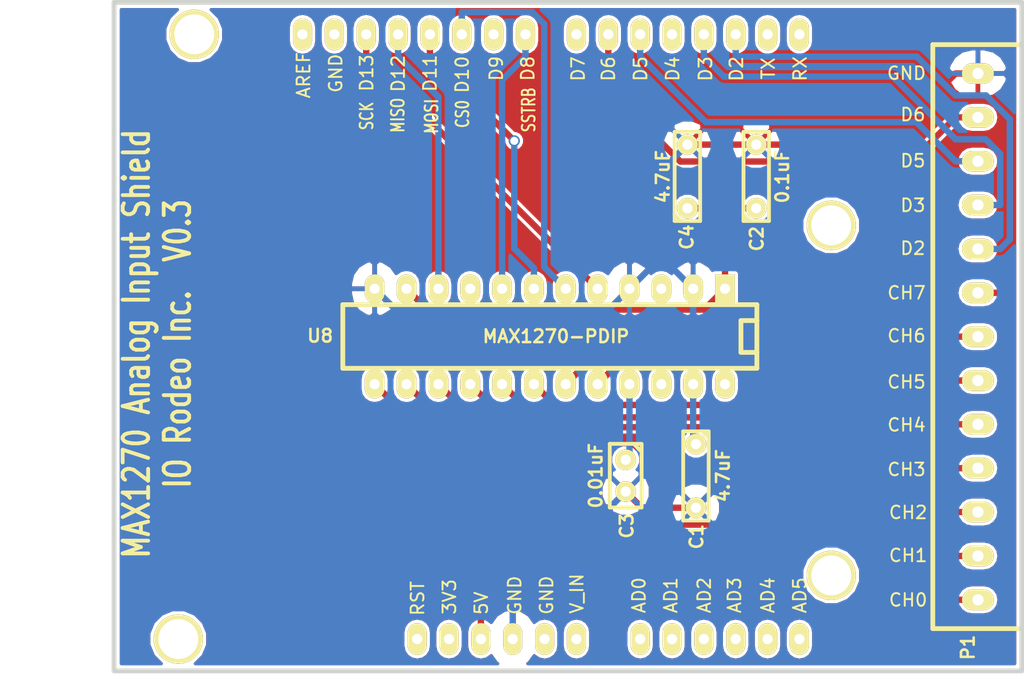
<source format=kicad_pcb>
(kicad_pcb (version 3) (host pcbnew "(2013-jul-07)-stable")

  (general
    (links 31)
    (no_connects 0)
    (area 109.934828 80.258919 196.583621 134.304)
    (thickness 1.6002)
    (drawings 51)
    (tracks 114)
    (zones 0)
    (modules 7)
    (nets 43)
  )

  (page A4)
  (layers
    (15 Front signal)
    (0 Back signal)
    (16 B.Adhes user)
    (17 F.Adhes user)
    (18 B.Paste user)
    (19 F.Paste user)
    (20 B.SilkS user)
    (21 F.SilkS user)
    (22 B.Mask user)
    (23 F.Mask user)
    (24 Dwgs.User user)
    (25 Cmts.User user)
    (26 Eco1.User user)
    (27 Eco2.User user)
    (28 Edge.Cuts user)
  )

  (setup
    (last_trace_width 0.508)
    (trace_clearance 0.254)
    (zone_clearance 0.254)
    (zone_45_only no)
    (trace_min 0.2032)
    (segment_width 0.381)
    (edge_width 0.381)
    (via_size 0.889)
    (via_drill 0.635)
    (via_min_size 0.889)
    (via_min_drill 0.508)
    (uvia_size 0.508)
    (uvia_drill 0.127)
    (uvias_allowed no)
    (uvia_min_size 0.508)
    (uvia_min_drill 0.127)
    (pcb_text_width 0.3048)
    (pcb_text_size 1.524 2.032)
    (mod_edge_width 0.381)
    (mod_text_size 1.524 1.524)
    (mod_text_width 0.3048)
    (pad_size 1.651 1.651)
    (pad_drill 0.8128)
    (pad_to_mask_clearance 0.254)
    (aux_axis_origin 0 0)
    (visible_elements FFFFFF7F)
    (pcbplotparams
      (layerselection 284196865)
      (usegerberextensions true)
      (excludeedgelayer true)
      (linewidth 0.150000)
      (plotframeref false)
      (viasonmask false)
      (mode 1)
      (useauxorigin false)
      (hpglpennumber 1)
      (hpglpenspeed 20)
      (hpglpendiameter 15)
      (hpglpenoverlay 0)
      (psnegative false)
      (psa4output false)
      (plotreference true)
      (plotvalue true)
      (plotothertext true)
      (plotinvisibletext false)
      (padsonsilk false)
      (subtractmaskfromsilk false)
      (outputformat 1)
      (mirror false)
      (drillshape 0)
      (scaleselection 1)
      (outputdirectory gerber_v0p3/))
  )

  (net 0 "")
  (net 1 /5V)
  (net 2 /CH0)
  (net 3 /CH1)
  (net 4 /CH2)
  (net 5 /CH3)
  (net 6 /CH4)
  (net 7 /CH5)
  (net 8 /CH6)
  (net 9 /CH7)
  (net 10 /CS0)
  (net 11 /D2)
  (net 12 /D3)
  (net 13 /D5)
  (net 14 /D6)
  (net 15 /MISO)
  (net 16 /MOSI)
  (net 17 /SCK)
  (net 18 /SSTRB)
  (net 19 GND)
  (net 20 N-000001)
  (net 21 N-0000011)
  (net 22 N-0000012)
  (net 23 N-0000013)
  (net 24 N-0000014)
  (net 25 N-0000015)
  (net 26 N-0000016)
  (net 27 N-0000017)
  (net 28 N-0000018)
  (net 29 N-0000019)
  (net 30 N-000002)
  (net 31 N-0000020)
  (net 32 N-0000022)
  (net 33 N-0000024)
  (net 34 N-0000026)
  (net 35 N-0000027)
  (net 36 N-0000028)
  (net 37 N-0000029)
  (net 38 N-000003)
  (net 39 N-000004)
  (net 40 N-000005)
  (net 41 N-000007)
  (net 42 N-000009)

  (net_class Default "This is the default net class."
    (clearance 0.254)
    (trace_width 0.508)
    (via_dia 0.889)
    (via_drill 0.635)
    (uvia_dia 0.508)
    (uvia_drill 0.127)
    (add_net "")
    (add_net /5V)
    (add_net /CH0)
    (add_net /CH1)
    (add_net /CH2)
    (add_net /CH3)
    (add_net /CH4)
    (add_net /CH5)
    (add_net /CH6)
    (add_net /CH7)
    (add_net /CS0)
    (add_net /D2)
    (add_net /D3)
    (add_net /D5)
    (add_net /D6)
    (add_net /MISO)
    (add_net /MOSI)
    (add_net /SCK)
    (add_net /SSTRB)
    (add_net GND)
    (add_net N-000001)
    (add_net N-0000011)
    (add_net N-0000012)
    (add_net N-0000013)
    (add_net N-0000014)
    (add_net N-0000015)
    (add_net N-0000016)
    (add_net N-0000017)
    (add_net N-0000018)
    (add_net N-0000019)
    (add_net N-000002)
    (add_net N-0000020)
    (add_net N-0000022)
    (add_net N-0000024)
    (add_net N-0000026)
    (add_net N-0000027)
    (add_net N-0000028)
    (add_net N-0000029)
    (add_net N-000003)
    (add_net N-000004)
    (add_net N-000005)
    (add_net N-000007)
    (add_net N-000009)
  )

  (module ARDUINO_SHIELD (layer Front) (tedit 5053CA94) (tstamp 521801C8)
    (at 114.902 133.8)
    (path /4FFEFE94)
    (fp_text reference SHIELD1 (at 22.89302 -3.49758) (layer F.SilkS) hide
      (effects (font (size 1.524 1.524) (thickness 0.3048)))
    )
    (fp_text value ARDUINO_SHIELD (at 20.86102 -6.41858) (layer F.SilkS) hide
      (effects (font (size 1.524 1.524) (thickness 0.3048)))
    )
    (pad AD5 thru_hole oval (at 63.5 -2.54 90) (size 2.54 1.524) (drill 0.8128)
      (layers *.Cu *.Mask F.SilkS)
      (net 28 N-0000018)
    )
    (pad AD4 thru_hole oval (at 60.96 -2.54 90) (size 2.54 1.524) (drill 0.8128)
      (layers *.Cu *.Mask F.SilkS)
      (net 27 N-0000017)
    )
    (pad AD3 thru_hole oval (at 58.42 -2.54 90) (size 2.54 1.524) (drill 0.8128)
      (layers *.Cu *.Mask F.SilkS)
      (net 25 N-0000015)
    )
    (pad AD0 thru_hole oval (at 50.8 -2.54 90) (size 2.54 1.524) (drill 0.8128)
      (layers *.Cu *.Mask F.SilkS)
      (net 22 N-0000012)
    )
    (pad AD1 thru_hole oval (at 53.34 -2.54 90) (size 2.54 1.524) (drill 0.8128)
      (layers *.Cu *.Mask F.SilkS)
      (net 23 N-0000013)
    )
    (pad AD2 thru_hole oval (at 55.88 -2.54 90) (size 2.54 1.524) (drill 0.8128)
      (layers *.Cu *.Mask F.SilkS)
      (net 24 N-0000014)
    )
    (pad V_IN thru_hole oval (at 45.72 -2.54 90) (size 2.54 1.524) (drill 0.8128)
      (layers *.Cu *.Mask F.SilkS)
      (net 38 N-000003)
    )
    (pad GND2 thru_hole oval (at 43.18 -2.54 90) (size 2.54 1.524) (drill 0.8128)
      (layers *.Cu *.Mask F.SilkS)
      (net 31 N-0000020)
    )
    (pad GND1 thru_hole oval (at 40.64 -2.54 90) (size 2.54 1.524) (drill 0.8128)
      (layers *.Cu *.Mask F.SilkS)
      (net 19 GND)
    )
    (pad 3V3 thru_hole oval (at 35.56 -2.54 90) (size 2.54 1.524) (drill 0.8128)
      (layers *.Cu *.Mask F.SilkS)
      (net 26 N-0000016)
    )
    (pad RST thru_hole oval (at 33.02 -2.54 90) (size 2.54 1.524) (drill 0.8128)
      (layers *.Cu *.Mask F.SilkS)
      (net 29 N-0000019)
    )
    (pad 0 thru_hole oval (at 63.5 -50.8 90) (size 2.54 1.524) (drill 0.8128)
      (layers *.Cu *.Mask F.SilkS)
      (net 39 N-000004)
    )
    (pad 1 thru_hole oval (at 60.96 -50.8 90) (size 2.54 1.524) (drill 0.8128)
      (layers *.Cu *.Mask F.SilkS)
      (net 40 N-000005)
    )
    (pad 2 thru_hole oval (at 58.42 -50.8 90) (size 2.54 1.524) (drill 0.8128)
      (layers *.Cu *.Mask F.SilkS)
      (net 11 /D2)
    )
    (pad 3 thru_hole oval (at 55.88 -50.8 90) (size 2.54 1.524) (drill 0.8128)
      (layers *.Cu *.Mask F.SilkS)
      (net 12 /D3)
    )
    (pad 4 thru_hole oval (at 53.34 -50.8 90) (size 2.54 1.524) (drill 0.8128)
      (layers *.Cu *.Mask F.SilkS)
      (net 41 N-000007)
    )
    (pad 5 thru_hole oval (at 50.8 -50.8 90) (size 2.54 1.524) (drill 0.8128)
      (layers *.Cu *.Mask F.SilkS)
      (net 13 /D5)
    )
    (pad 6 thru_hole oval (at 48.26 -50.8 90) (size 2.54 1.524) (drill 0.8128)
      (layers *.Cu *.Mask F.SilkS)
      (net 14 /D6)
    )
    (pad 7 thru_hole oval (at 45.72 -50.8 90) (size 2.54 1.524) (drill 0.8128)
      (layers *.Cu *.Mask F.SilkS)
      (net 42 N-000009)
    )
    (pad 8 thru_hole oval (at 41.656 -50.8 90) (size 2.54 1.524) (drill 0.8128)
      (layers *.Cu *.Mask F.SilkS)
      (net 18 /SSTRB)
    )
    (pad 9 thru_hole oval (at 39.116 -50.8 90) (size 2.54 1.524) (drill 0.8128)
      (layers *.Cu *.Mask F.SilkS)
      (net 21 N-0000011)
    )
    (pad 10 thru_hole oval (at 36.576 -50.8 90) (size 2.54 1.524) (drill 0.8128)
      (layers *.Cu *.Mask F.SilkS)
      (net 10 /CS0)
    )
    (pad 11 thru_hole oval (at 34.036 -50.8 90) (size 2.54 1.524) (drill 0.8128)
      (layers *.Cu *.Mask F.SilkS)
      (net 16 /MOSI)
    )
    (pad 12 thru_hole oval (at 31.496 -50.8 90) (size 2.54 1.524) (drill 0.8128)
      (layers *.Cu *.Mask F.SilkS)
      (net 15 /MISO)
    )
    (pad 13 thru_hole oval (at 28.956 -50.8 90) (size 2.54 1.524) (drill 0.8128)
      (layers *.Cu *.Mask F.SilkS)
      (net 17 /SCK)
    )
    (pad GND3 thru_hole oval (at 26.416 -50.8 90) (size 2.54 1.524) (drill 0.8128)
      (layers *.Cu *.Mask F.SilkS)
      (net 20 N-000001)
    )
    (pad AREF thru_hole oval (at 23.876 -50.8 90) (size 2.54 1.524) (drill 0.8128)
      (layers *.Cu *.Mask F.SilkS)
      (net 30 N-000002)
    )
    (pad 5V thru_hole oval (at 38.1 -2.54 90) (size 2.54 1.524) (drill 0.8128)
      (layers *.Cu *.Mask F.SilkS)
      (net 1 /5V)
    )
    (pad "" thru_hole circle (at 66.04 -7.62 90) (size 3.937 3.937) (drill 3.175)
      (layers *.Cu *.Mask F.SilkS)
    )
    (pad "" thru_hole circle (at 66.04 -35.56 90) (size 3.937 3.937) (drill 3.175)
      (layers *.Cu *.Mask F.SilkS)
    )
    (pad "" thru_hole circle (at 15.24 -50.8 90) (size 3.937 3.937) (drill 3.175)
      (layers *.Cu *.Mask F.SilkS)
    )
    (pad "" thru_hole circle (at 13.97 -2.54 90) (size 3.937 3.937) (drill 3.175)
      (layers *.Cu *.Mask F.SilkS)
    )
  )

  (module DIP-24__300_ELL (layer Front) (tedit 52180508) (tstamp 52180135)
    (at 158.5 107.112 180)
    (descr "24 pins DIL package, elliptical pads")
    (tags DIL)
    (path /4D1E7C35)
    (fp_text reference U8 (at 18.32 0.0518 180) (layer F.SilkS)
      (effects (font (size 1.016 1.016) (thickness 0.2032)))
    )
    (fp_text value MAX1270-PDIP (at -0.49 0.0118 180) (layer F.SilkS)
      (effects (font (size 1.016 1.016) (thickness 0.2032)))
    )
    (fp_line (start -16.51 -1.27) (end -15.24 -1.27) (layer F.SilkS) (width 0.381))
    (fp_line (start -15.24 -1.27) (end -15.24 1.27) (layer F.SilkS) (width 0.381))
    (fp_line (start -15.24 1.27) (end -16.51 1.27) (layer F.SilkS) (width 0.381))
    (fp_line (start -16.51 1.27) (end -16.51 1.27) (layer F.SilkS) (width 0.381))
    (fp_line (start -16.51 -2.54) (end 16.51 -2.54) (layer F.SilkS) (width 0.381))
    (fp_line (start 16.51 -2.54) (end 16.51 2.54) (layer F.SilkS) (width 0.381))
    (fp_line (start 16.51 2.54) (end -16.51 2.54) (layer F.SilkS) (width 0.381))
    (fp_line (start -16.51 2.54) (end -16.51 -2.54) (layer F.SilkS) (width 0.381))
    (pad 1 thru_hole rect (at -13.97 3.81 180) (size 1.5748 2.286) (drill 0.8128)
      (layers *.Cu *.Mask F.SilkS)
      (net 1 /5V)
    )
    (pad 2 thru_hole oval (at -11.43 3.81 180) (size 1.5748 2.286) (drill 0.8128)
      (layers *.Cu *.Mask F.SilkS)
      (net 19 GND)
    )
    (pad 3 thru_hole oval (at -8.89 3.81 180) (size 1.5748 2.286) (drill 0.8128)
      (layers *.Cu *.Mask F.SilkS)
      (net 32 N-0000022)
    )
    (pad 4 thru_hole oval (at -6.35 3.81 180) (size 1.5748 2.286) (drill 0.8128)
      (layers *.Cu *.Mask F.SilkS)
      (net 19 GND)
    )
    (pad 5 thru_hole oval (at -3.81 3.81 180) (size 1.5748 2.286) (drill 0.8128)
      (layers *.Cu *.Mask F.SilkS)
      (net 17 /SCK)
    )
    (pad 6 thru_hole oval (at -1.27 3.81 180) (size 1.5748 2.286) (drill 0.8128)
      (layers *.Cu *.Mask F.SilkS)
      (net 10 /CS0)
    )
    (pad 7 thru_hole oval (at 1.27 3.81 180) (size 1.5748 2.286) (drill 0.8128)
      (layers *.Cu *.Mask F.SilkS)
      (net 16 /MOSI)
    )
    (pad 8 thru_hole oval (at 3.81 3.81 180) (size 1.5748 2.286) (drill 0.8128)
      (layers *.Cu *.Mask F.SilkS)
      (net 18 /SSTRB)
    )
    (pad 9 thru_hole oval (at 6.35 3.81 180) (size 1.5748 2.286) (drill 0.8128)
      (layers *.Cu *.Mask F.SilkS)
      (net 33 N-0000024)
    )
    (pad 10 thru_hole oval (at 8.89 3.81 180) (size 1.5748 2.286) (drill 0.8128)
      (layers *.Cu *.Mask F.SilkS)
      (net 15 /MISO)
    )
    (pad 11 thru_hole oval (at 11.43 3.81 180) (size 1.5748 2.286) (drill 0.8128)
      (layers *.Cu *.Mask F.SilkS)
      (net 1 /5V)
    )
    (pad 12 thru_hole oval (at 13.97 3.81 180) (size 1.5748 2.286) (drill 0.8128)
      (layers *.Cu *.Mask F.SilkS)
      (net 19 GND)
    )
    (pad 13 thru_hole oval (at 13.97 -3.81 180) (size 1.5748 2.286) (drill 0.8128)
      (layers *.Cu *.Mask F.SilkS)
      (net 2 /CH0)
    )
    (pad 14 thru_hole oval (at 11.43 -3.81 180) (size 1.5748 2.286) (drill 0.8128)
      (layers *.Cu *.Mask F.SilkS)
      (net 3 /CH1)
    )
    (pad 15 thru_hole oval (at 8.89 -3.81 180) (size 1.5748 2.286) (drill 0.8128)
      (layers *.Cu *.Mask F.SilkS)
      (net 4 /CH2)
    )
    (pad 16 thru_hole oval (at 6.35 -3.81 180) (size 1.5748 2.286) (drill 0.8128)
      (layers *.Cu *.Mask F.SilkS)
      (net 5 /CH3)
    )
    (pad 17 thru_hole oval (at 3.81 -3.81 180) (size 1.5748 2.286) (drill 0.8128)
      (layers *.Cu *.Mask F.SilkS)
      (net 6 /CH4)
    )
    (pad 18 thru_hole oval (at 1.27 -3.81 180) (size 1.5748 2.286) (drill 0.8128)
      (layers *.Cu *.Mask F.SilkS)
      (net 7 /CH5)
    )
    (pad 19 thru_hole oval (at -1.27 -3.81 180) (size 1.5748 2.286) (drill 0.8128)
      (layers *.Cu *.Mask F.SilkS)
      (net 8 /CH6)
    )
    (pad 20 thru_hole oval (at -3.81 -3.81 180) (size 1.5748 2.286) (drill 0.8128)
      (layers *.Cu *.Mask F.SilkS)
      (net 9 /CH7)
    )
    (pad 21 thru_hole oval (at -6.35 -3.81 180) (size 1.5748 2.286) (drill 0.8128)
      (layers *.Cu *.Mask F.SilkS)
      (net 34 N-0000026)
    )
    (pad 22 thru_hole oval (at -8.89 -3.81 180) (size 1.5748 2.286) (drill 0.8128)
      (layers *.Cu *.Mask F.SilkS)
      (net 35 N-0000027)
    )
    (pad 23 thru_hole oval (at -11.43 -3.81 180) (size 1.5748 2.286) (drill 0.8128)
      (layers *.Cu *.Mask F.SilkS)
      (net 36 N-0000028)
    )
    (pad 24 thru_hole oval (at -13.97 -3.81 180) (size 1.5748 2.286) (drill 0.8128)
      (layers *.Cu *.Mask F.SilkS)
      (net 37 N-0000029)
    )
    (model dil/dil_24-w300.wrl
      (at (xyz 0 0 0))
      (scale (xyz 1 1 1))
      (rotate (xyz 0 0 0))
    )
  )

  (module CONN_13 (layer Front) (tedit 521804BF) (tstamp 500451E5)
    (at 192.639 107.124 90)
    (path /4FFF3BBA)
    (fp_text reference P1 (at -24.8055 -0.79868 90) (layer F.SilkS)
      (effects (font (size 1.016 1.016) (thickness 0.2032)))
    )
    (fp_text value CONN_13 (at 0 -5.10032 90) (layer F.SilkS) hide
      (effects (font (size 1.524 1.524) (thickness 0.3048)))
    )
    (fp_line (start 23.30196 -3.59918) (end -23.29942 -3.59918) (layer F.SilkS) (width 0.381))
    (fp_line (start 23.29942 3.49758) (end -23.29942 3.49758) (layer F.SilkS) (width 0.381))
    (fp_line (start -23.30196 -3.60172) (end -23.30196 3.39852) (layer F.SilkS) (width 0.381))
    (fp_line (start 23.3045 -3.59918) (end 23.3045 3.50012) (layer F.SilkS) (width 0.381))
    (pad 1 thru_hole oval (at -21.00326 0.00254 270) (size 1.651 2.54) (drill 0.89916)
      (layers *.Cu *.Mask F.SilkS)
      (net 2 /CH0)
    )
    (pad 2 thru_hole oval (at -17.50568 0 270) (size 1.651 2.54) (drill 0.89916)
      (layers *.Cu *.Mask F.SilkS)
      (net 3 /CH1)
    )
    (pad 3 thru_hole oval (at -13.99794 -0.00254 270) (size 1.651 2.54) (drill 0.89916)
      (layers *.Cu *.Mask F.SilkS)
      (net 4 /CH2)
    )
    (pad 4 thru_hole oval (at -10.50036 0 270) (size 1.651 2.54) (drill 0.89916)
      (layers *.Cu *.Mask F.SilkS)
      (net 5 /CH3)
    )
    (pad 5 thru_hole oval (at -7.00024 0 270) (size 1.651 2.54) (drill 0.89916)
      (layers *.Cu *.Mask F.SilkS)
      (net 6 /CH4)
    )
    (pad 6 thru_hole oval (at -3.5052 0 270) (size 1.651 2.54) (drill 0.89916)
      (layers *.Cu *.Mask F.SilkS)
      (net 7 /CH5)
    )
    (pad 7 thru_hole oval (at -0.00254 0 270) (size 1.651 2.54) (drill 0.89916)
      (layers *.Cu *.Mask F.SilkS)
      (net 8 /CH6)
    )
    (pad 8 thru_hole oval (at 3.49758 -0.00254 90) (size 1.651 2.54) (drill 0.89916)
      (layers *.Cu *.Mask F.SilkS)
      (net 9 /CH7)
    )
    (pad 9 thru_hole oval (at 6.9977 -0.00254 90) (size 1.651 2.54) (drill 0.89916)
      (layers *.Cu *.Mask F.SilkS)
      (net 11 /D2)
    )
    (pad 10 thru_hole oval (at 10.5029 -0.00254 90) (size 1.651 2.54) (drill 0.89916)
      (layers *.Cu *.Mask F.SilkS)
      (net 12 /D3)
    )
    (pad 12 thru_hole oval (at 17.49806 -0.00508 90) (size 1.651 2.54) (drill 0.89916)
      (layers *.Cu *.Mask F.SilkS)
      (net 14 /D6)
    )
    (pad 11 thru_hole oval (at 13.99794 -0.00254 90) (size 1.651 2.54) (drill 0.89916)
      (layers *.Cu *.Mask F.SilkS)
      (net 13 /D5)
    )
    (pad 13 thru_hole oval (at 20.99818 -0.00254 270) (size 1.651 2.54) (drill 0.89916)
      (layers *.Cu *.Mask F.SilkS)
      (net 19 GND)
    )
  )

  (module C1_Big_Pad (layer Front) (tedit 5218085E) (tstamp 52186E4B)
    (at 164.55 118.22 270)
    (descr "Condensateur e = 1 pas")
    (tags C)
    (path /4D1E88E9)
    (fp_text reference C3 (at 4.01 -0.08 270) (layer F.SilkS)
      (effects (font (size 1.016 1.016) (thickness 0.2032)))
    )
    (fp_text value 0.01uF (at 0 2.39 270) (layer F.SilkS)
      (effects (font (size 1.016 1.016) (thickness 0.2032)))
    )
    (fp_line (start -2.4892 -1.27) (end 2.54 -1.27) (layer F.SilkS) (width 0.3048))
    (fp_line (start 2.54 -1.27) (end 2.54 1.27) (layer F.SilkS) (width 0.3048))
    (fp_line (start 2.54 1.27) (end -2.54 1.27) (layer F.SilkS) (width 0.3048))
    (fp_line (start -2.54 1.27) (end -2.54 -1.27) (layer F.SilkS) (width 0.3048))
    (fp_line (start -2.54 -0.635) (end -1.905 -1.27) (layer F.SilkS) (width 0.3048))
    (pad 1 thru_hole circle (at -1.27 0 270) (size 1.651 1.651) (drill 0.8128)
      (layers *.Cu *.Mask F.SilkS)
      (net 34 N-0000026)
    )
    (pad 2 thru_hole circle (at 1.27 0 270) (size 1.651 1.651) (drill 0.8128)
      (layers *.Cu *.Mask F.SilkS)
      (net 19 GND)
    )
    (model discret/capa_1_pas.wrl
      (at (xyz 0 0 0))
      (scale (xyz 1 1 1))
      (rotate (xyz 0 0 0))
    )
  )

  (module C2_Big_Pad (layer Front) (tedit 521808BC) (tstamp 52186F19)
    (at 170.15 118.24 270)
    (descr "Condensateur = 2 pas")
    (tags C)
    (path /4D1E88FA)
    (fp_text reference C1 (at 4.85 -0.05 270) (layer F.SilkS)
      (effects (font (size 1.016 1.016) (thickness 0.2032)))
    )
    (fp_text value 4.7uF (at -0.02 -2.16 270) (layer F.SilkS)
      (effects (font (size 1.016 1.016) (thickness 0.2032)))
    )
    (fp_line (start -3.556 -1.016) (end 3.556 -1.016) (layer F.SilkS) (width 0.3048))
    (fp_line (start 3.556 -1.016) (end 3.556 1.016) (layer F.SilkS) (width 0.3048))
    (fp_line (start 3.556 1.016) (end -3.556 1.016) (layer F.SilkS) (width 0.3048))
    (fp_line (start -3.556 1.016) (end -3.556 -1.016) (layer F.SilkS) (width 0.3048))
    (fp_line (start -3.556 -0.508) (end -3.048 -1.016) (layer F.SilkS) (width 0.3048))
    (pad 1 thru_hole circle (at -2.54 0 270) (size 1.651 1.651) (drill 0.8128)
      (layers *.Cu *.Mask F.SilkS)
      (net 36 N-0000028)
    )
    (pad 2 thru_hole circle (at 2.54 0 270) (size 1.651 1.651) (drill 0.8128)
      (layers *.Cu *.Mask F.SilkS)
      (net 19 GND)
    )
    (model discret/capa_2pas_5x5mm.wrl
      (at (xyz 0 0 0))
      (scale (xyz 1 1 1))
      (rotate (xyz 0 0 0))
    )
  )

  (module C2_Big_Pad (layer Front) (tedit 52180C44) (tstamp 52186FE7)
    (at 174.96 94.34 90)
    (descr "Condensateur = 2 pas")
    (tags C)
    (path /4D1E8852)
    (fp_text reference C2 (at -4.974 0.046 90) (layer F.SilkS)
      (effects (font (size 1.016 1.016) (thickness 0.2032)))
    )
    (fp_text value 0.1uF (at -0.021 2.078 90) (layer F.SilkS)
      (effects (font (size 1.016 1.016) (thickness 0.2032)))
    )
    (fp_line (start -3.556 -1.016) (end 3.556 -1.016) (layer F.SilkS) (width 0.3048))
    (fp_line (start 3.556 -1.016) (end 3.556 1.016) (layer F.SilkS) (width 0.3048))
    (fp_line (start 3.556 1.016) (end -3.556 1.016) (layer F.SilkS) (width 0.3048))
    (fp_line (start -3.556 1.016) (end -3.556 -1.016) (layer F.SilkS) (width 0.3048))
    (fp_line (start -3.556 -0.508) (end -3.048 -1.016) (layer F.SilkS) (width 0.3048))
    (pad 1 thru_hole circle (at -2.54 0 90) (size 1.651 1.651) (drill 0.8128)
      (layers *.Cu *.Mask F.SilkS)
      (net 1 /5V)
    )
    (pad 2 thru_hole circle (at 2.54 0 90) (size 1.651 1.651) (drill 0.8128)
      (layers *.Cu *.Mask F.SilkS)
      (net 19 GND)
    )
    (model discret/capa_2pas_5x5mm.wrl
      (at (xyz 0 0 0))
      (scale (xyz 1 1 1))
      (rotate (xyz 0 0 0))
    )
  )

  (module C2_Big_Pad (layer Front) (tedit 52180C26) (tstamp 52186FF2)
    (at 169.47 94.34 90)
    (descr "Condensateur = 2 pas")
    (tags C)
    (path /4D2273C2)
    (fp_text reference C4 (at -4.847 -0.052 90) (layer F.SilkS)
      (effects (font (size 1.016 1.016) (thickness 0.2032)))
    )
    (fp_text value 4.7uF (at -0.021 -1.957 90) (layer F.SilkS)
      (effects (font (size 1.016 1.016) (thickness 0.2032)))
    )
    (fp_line (start -3.556 -1.016) (end 3.556 -1.016) (layer F.SilkS) (width 0.3048))
    (fp_line (start 3.556 -1.016) (end 3.556 1.016) (layer F.SilkS) (width 0.3048))
    (fp_line (start 3.556 1.016) (end -3.556 1.016) (layer F.SilkS) (width 0.3048))
    (fp_line (start -3.556 1.016) (end -3.556 -1.016) (layer F.SilkS) (width 0.3048))
    (fp_line (start -3.556 -0.508) (end -3.048 -1.016) (layer F.SilkS) (width 0.3048))
    (pad 1 thru_hole circle (at -2.54 0 90) (size 1.651 1.651) (drill 0.8128)
      (layers *.Cu *.Mask F.SilkS)
      (net 1 /5V)
    )
    (pad 2 thru_hole circle (at 2.54 0 90) (size 1.651 1.651) (drill 0.8128)
      (layers *.Cu *.Mask F.SilkS)
      (net 19 GND)
    )
    (model discret/capa_2pas_5x5mm.wrl
      (at (xyz 0 0 0))
      (scale (xyz 1 1 1))
      (rotate (xyz 0 0 0))
    )
  )

  (gr_line (start 196.1388 133.79958) (end 123.7488 133.79958) (angle 90) (layer Edge.Cuts) (width 0.381))
  (gr_text D8 (at 156.7434 85.725 90) (layer F.SilkS)
    (effects (font (size 1.016 1.016) (thickness 0.1524)))
  )
  (gr_text D9 (at 154.2288 85.725 90) (layer F.SilkS)
    (effects (font (size 1.016 1.016) (thickness 0.1524)))
  )
  (gr_text D10 (at 151.511 86.2076 90) (layer F.SilkS)
    (effects (font (size 1.016 1.016) (thickness 0.1524)))
  )
  (gr_text D11 (at 148.9456 86.106 90) (layer F.SilkS)
    (effects (font (size 1.016 1.016) (thickness 0.1524)))
  )
  (gr_text D12 (at 146.4056 86.1314 90) (layer F.SilkS)
    (effects (font (size 1.016 1.016) (thickness 0.1524)))
  )
  (gr_text D13 (at 143.891 86.0806 90) (layer F.SilkS)
    (effects (font (size 1.016 1.016) (thickness 0.1524)))
  )
  (gr_text RX (at 178.4604 85.7504 90) (layer F.SilkS)
    (effects (font (size 1.016 1.016) (thickness 0.1524)))
  )
  (gr_text TX (at 175.9204 85.725 90) (layer F.SilkS)
    (effects (font (size 1.016 1.016) (thickness 0.1524)))
  )
  (gr_text D4 (at 168.3004 85.7504 90) (layer F.SilkS)
    (effects (font (size 1.016 1.016) (thickness 0.1524)))
  )
  (gr_text D7 (at 160.7566 85.7504 90) (layer F.SilkS)
    (effects (font (size 1.016 1.016) (thickness 0.1524)))
  )
  (gr_text "MAX1270 Analog Input Shield\nIO Rodeo Inc.  V0.3" (at 127.1778 107.696 90) (layer F.SilkS)
    (effects (font (size 2.032 1.524) (thickness 0.3048)))
  )
  (gr_text AD5 (at 178.435 127.762 90) (layer F.SilkS)
    (effects (font (size 1.016 1.016) (thickness 0.1524)))
  )
  (gr_text AD4 (at 175.895 127.762 90) (layer F.SilkS)
    (effects (font (size 1.016 1.016) (thickness 0.1524)))
  )
  (gr_text AD3 (at 173.228 127.762 90) (layer F.SilkS)
    (effects (font (size 1.016 1.016) (thickness 0.1524)))
  )
  (gr_text AD2 (at 170.815 127.762 90) (layer F.SilkS)
    (effects (font (size 1.016 1.016) (thickness 0.1524)))
  )
  (gr_text AD1 (at 168.148 127.762 90) (layer F.SilkS)
    (effects (font (size 1.016 1.016) (thickness 0.1524)))
  )
  (gr_text AD0 (at 165.608 127.762 90) (layer F.SilkS)
    (effects (font (size 1.016 1.016) (thickness 0.1524)))
  )
  (gr_text V_IN (at 160.655 127.635 90) (layer F.SilkS)
    (effects (font (size 1.016 1.016) (thickness 0.1524)))
  )
  (gr_text GND (at 158.242 127.762 90) (layer F.SilkS)
    (effects (font (size 1.016 1.016) (thickness 0.1524)))
  )
  (gr_text GND (at 155.702 127.762 90) (layer F.SilkS)
    (effects (font (size 1.016 1.016) (thickness 0.1524)))
  )
  (gr_text 5V (at 153.035 128.397 90) (layer F.SilkS)
    (effects (font (size 1.016 1.016) (thickness 0.1524)))
  )
  (gr_text 3V3 (at 150.495 127.889 90) (layer F.SilkS)
    (effects (font (size 1.016 1.016) (thickness 0.1524)))
  )
  (gr_text RST (at 147.955 128.016 90) (layer F.SilkS)
    (effects (font (size 1.016 1.016) (thickness 0.1524)))
  )
  (gr_text AREF (at 138.8618 86.2584 90) (layer F.SilkS)
    (effects (font (size 1.016 1.016) (thickness 0.1524)))
  )
  (gr_text GND (at 141.4272 86.106 90) (layer F.SilkS)
    (effects (font (size 1.016 1.016) (thickness 0.1524)))
  )
  (gr_text SCK (at 143.891 89.5096 90) (layer F.SilkS)
    (effects (font (size 1.016 0.762) (thickness 0.1524)))
  )
  (gr_text MISO (at 146.3802 89.4588 90) (layer F.SilkS)
    (effects (font (size 1.016 0.762) (thickness 0.1524)))
  )
  (gr_text MOSI (at 149.0726 89.535 90) (layer F.SilkS)
    (effects (font (size 1.016 0.762) (thickness 0.1524)))
  )
  (gr_text CS0 (at 151.5364 89.3572 90) (layer F.SilkS)
    (effects (font (size 1.016 0.762) (thickness 0.1524)))
  )
  (gr_text SSTRB (at 156.8196 89.027 90) (layer F.SilkS)
    (effects (font (size 1.016 0.762) (thickness 0.1524)))
  )
  (gr_text D6 (at 163.1696 85.7504 90) (layer F.SilkS)
    (effects (font (size 1.016 1.016) (thickness 0.1524)))
  )
  (gr_text D5 (at 165.735 85.7504 90) (layer F.SilkS)
    (effects (font (size 1.016 1.016) (thickness 0.1524)))
  )
  (gr_text D3 (at 170.9166 85.7504 90) (layer F.SilkS)
    (effects (font (size 1.016 1.016) (thickness 0.1524)))
  )
  (gr_text D2 (at 173.3804 85.7504 90) (layer F.SilkS)
    (effects (font (size 1.016 1.016) (thickness 0.1524)))
  )
  (gr_text GND (at 186.944 86.106) (layer F.SilkS)
    (effects (font (size 1.016 1.016) (thickness 0.1524)))
  )
  (gr_text D6 (at 187.452 89.408) (layer F.SilkS)
    (effects (font (size 1.016 1.016) (thickness 0.1524)))
  )
  (gr_text D5 (at 187.452 93.091) (layer F.SilkS)
    (effects (font (size 1.016 1.016) (thickness 0.1524)))
  )
  (gr_text D3 (at 187.452 96.647) (layer F.SilkS)
    (effects (font (size 1.016 1.016) (thickness 0.1524)))
  )
  (gr_text D2 (at 187.452 100.076) (layer F.SilkS)
    (effects (font (size 1.016 1.016) (thickness 0.1524)))
  )
  (gr_text CH7 (at 186.944 103.632) (layer F.SilkS)
    (effects (font (size 1.016 1.016) (thickness 0.1524)))
  )
  (gr_text CH6 (at 186.944 107.061) (layer F.SilkS)
    (effects (font (size 1.016 1.016) (thickness 0.1524)))
  )
  (gr_text CH5 (at 186.944 110.744) (layer F.SilkS)
    (effects (font (size 1.016 1.016) (thickness 0.1524)))
  )
  (gr_text CH3 (at 186.944 117.729) (layer F.SilkS)
    (effects (font (size 1.016 1.016) (thickness 0.1524)))
  )
  (gr_text CH4 (at 186.944 114.173) (layer F.SilkS)
    (effects (font (size 1.016 1.016) (thickness 0.1524)))
  )
  (gr_text CH2 (at 187.071 121.158) (layer F.SilkS)
    (effects (font (size 1.016 1.016) (thickness 0.1524)))
  )
  (gr_text CH1 (at 187.071 124.587) (layer F.SilkS)
    (effects (font (size 1.016 1.016) (thickness 0.1524)))
  )
  (gr_text CH0 (at 187.071 128.143) (layer F.SilkS)
    (effects (font (size 1.016 1.016) (thickness 0.1524)))
  )
  (gr_line (start 123.7488 133.79958) (end 123.7488 80.44942) (angle 90) (layer Edge.Cuts) (width 0.381))
  (gr_line (start 196.1388 80.44942) (end 196.1388 133.79958) (angle 90) (layer Edge.Cuts) (width 0.381))
  (gr_line (start 123.7488 80.44942) (end 196.1388 80.44942) (angle 90) (layer Edge.Cuts) (width 0.381))

  (segment (start 153.002 131.26) (end 153.002 129.4817) (width 0.508) (layer Front) (net 1))
  (segment (start 148.4216 104.6536) (end 147.07 103.302) (width 0.508) (layer Front) (net 1))
  (segment (start 148.4216 104.768) (end 148.4216 104.6536) (width 0.508) (layer Front) (net 1))
  (segment (start 148.6175 104.9639) (end 148.4216 104.768) (width 0.508) (layer Front) (net 1))
  (segment (start 170.8081 104.9639) (end 148.6175 104.9639) (width 0.508) (layer Front) (net 1))
  (segment (start 172.47 103.302) (end 170.8081 104.9639) (width 0.508) (layer Front) (net 1))
  (segment (start 143.2302 119.7099) (end 153.002 129.4817) (width 0.508) (layer Front) (net 1))
  (segment (start 143.2302 109.9594) (end 143.2302 119.7099) (width 0.508) (layer Front) (net 1))
  (segment (start 148.4216 104.768) (end 143.2302 109.9594) (width 0.508) (layer Front) (net 1))
  (segment (start 172.47 103.302) (end 172.47 101.6507) (width 0.508) (layer Front) (net 1))
  (segment (start 172.47 96.88) (end 172.47 101.6507) (width 0.508) (layer Front) (net 1))
  (segment (start 169.47 96.88) (end 172.47 96.88) (width 0.508) (layer Front) (net 1))
  (segment (start 172.47 96.88) (end 174.96 96.88) (width 0.508) (layer Front) (net 1))
  (segment (start 157.3112 123.7032) (end 144.53 110.922) (width 0.508) (layer Front) (net 2))
  (segment (start 186.4391 123.7032) (end 157.3112 123.7032) (width 0.508) (layer Front) (net 2))
  (segment (start 190.8632 128.1273) (end 186.4391 123.7032) (width 0.508) (layer Front) (net 2))
  (segment (start 192.6415 128.1273) (end 190.8632 128.1273) (width 0.508) (layer Front) (net 2))
  (segment (start 192.639 124.6297) (end 190.8607 124.6297) (width 0.508) (layer Front) (net 3))
  (segment (start 159.0889 122.9409) (end 147.07 110.922) (width 0.508) (layer Front) (net 3))
  (segment (start 189.1719 122.9409) (end 159.0889 122.9409) (width 0.508) (layer Front) (net 3))
  (segment (start 190.8607 124.6297) (end 189.1719 122.9409) (width 0.508) (layer Front) (net 3))
  (segment (start 160.8155 122.1275) (end 149.61 110.922) (width 0.508) (layer Front) (net 4))
  (segment (start 189.8526 122.1275) (end 160.8155 122.1275) (width 0.508) (layer Front) (net 4))
  (segment (start 190.8582 121.1219) (end 189.8526 122.1275) (width 0.508) (layer Front) (net 4))
  (segment (start 192.6365 121.1219) (end 190.8582 121.1219) (width 0.508) (layer Front) (net 4))
  (segment (start 155.5817 114.3537) (end 152.15 110.922) (width 0.508) (layer Front) (net 5))
  (segment (start 187.59 114.3537) (end 155.5817 114.3537) (width 0.508) (layer Front) (net 5))
  (segment (start 190.8607 117.6244) (end 187.59 114.3537) (width 0.508) (layer Front) (net 5))
  (segment (start 192.639 117.6244) (end 190.8607 117.6244) (width 0.508) (layer Front) (net 5))
  (segment (start 157.3395 113.5715) (end 154.69 110.922) (width 0.508) (layer Front) (net 6))
  (segment (start 190.308 113.5715) (end 157.3395 113.5715) (width 0.508) (layer Front) (net 6))
  (segment (start 190.8607 114.1242) (end 190.308 113.5715) (width 0.508) (layer Front) (net 6))
  (segment (start 192.639 114.1242) (end 190.8607 114.1242) (width 0.508) (layer Front) (net 6))
  (segment (start 158.8838 112.5758) (end 157.23 110.922) (width 0.508) (layer Front) (net 7))
  (segment (start 188.9141 112.5758) (end 158.8838 112.5758) (width 0.508) (layer Front) (net 7))
  (segment (start 190.8607 110.6292) (end 188.9141 112.5758) (width 0.508) (layer Front) (net 7))
  (segment (start 192.639 110.6292) (end 190.8607 110.6292) (width 0.508) (layer Front) (net 7))
  (segment (start 163.5655 107.1265) (end 159.77 110.922) (width 0.508) (layer Front) (net 8))
  (segment (start 192.639 107.1265) (end 163.5655 107.1265) (width 0.508) (layer Front) (net 8))
  (segment (start 164.7704 108.4616) (end 162.31 110.922) (width 0.508) (layer Front) (net 9))
  (segment (start 193.6899 108.4616) (end 164.7704 108.4616) (width 0.508) (layer Front) (net 9))
  (segment (start 194.4193 107.7322) (end 193.6899 108.4616) (width 0.508) (layer Front) (net 9))
  (segment (start 194.4193 103.6309) (end 194.4193 107.7322) (width 0.508) (layer Front) (net 9))
  (segment (start 194.4148 103.6264) (end 194.4193 103.6309) (width 0.508) (layer Front) (net 9))
  (segment (start 192.6365 103.6264) (end 194.4148 103.6264) (width 0.508) (layer Front) (net 9))
  (segment (start 151.478 83) (end 151.478 81.2217) (width 0.508) (layer Back) (net 10))
  (segment (start 157.09 81.2217) (end 151.478 81.2217) (width 0.508) (layer Back) (net 10))
  (segment (start 158.0466 82.1783) (end 157.09 81.2217) (width 0.508) (layer Back) (net 10))
  (segment (start 158.0466 101.5786) (end 158.0466 82.1783) (width 0.508) (layer Back) (net 10))
  (segment (start 159.77 103.302) (end 158.0466 101.5786) (width 0.508) (layer Back) (net 10))
  (segment (start 187.7593 84.7783) (end 173.322 84.7783) (width 0.508) (layer Back) (net 11))
  (segment (start 190.8555 87.8745) (end 187.7593 84.7783) (width 0.508) (layer Back) (net 11))
  (segment (start 193.2866 87.8745) (end 190.8555 87.8745) (width 0.508) (layer Back) (net 11))
  (segment (start 195.1835 89.7714) (end 193.2866 87.8745) (width 0.508) (layer Back) (net 11))
  (segment (start 195.1835 99.3576) (end 195.1835 89.7714) (width 0.508) (layer Back) (net 11))
  (segment (start 194.4148 100.1263) (end 195.1835 99.3576) (width 0.508) (layer Back) (net 11))
  (segment (start 192.6365 100.1263) (end 194.4148 100.1263) (width 0.508) (layer Back) (net 11))
  (segment (start 173.322 83) (end 173.322 84.7783) (width 0.508) (layer Back) (net 11))
  (segment (start 172.3728 86.3691) (end 170.782 84.7783) (width 0.508) (layer Back) (net 12))
  (segment (start 185.8513 86.3691) (end 172.3728 86.3691) (width 0.508) (layer Back) (net 12))
  (segment (start 190.8582 91.376) (end 185.8513 86.3691) (width 0.508) (layer Back) (net 12))
  (segment (start 193.2513 91.376) (end 190.8582 91.376) (width 0.508) (layer Back) (net 12))
  (segment (start 194.4148 92.5395) (end 193.2513 91.376) (width 0.508) (layer Back) (net 12))
  (segment (start 194.4148 96.6211) (end 194.4148 92.5395) (width 0.508) (layer Back) (net 12))
  (segment (start 192.6365 96.6211) (end 194.4148 96.6211) (width 0.508) (layer Back) (net 12))
  (segment (start 170.782 83) (end 170.782 84.7783) (width 0.508) (layer Back) (net 12))
  (segment (start 192.6365 93.1261) (end 190.8582 93.1261) (width 0.508) (layer Back) (net 13))
  (segment (start 165.702 83) (end 165.702 84.7783) (width 0.508) (layer Back) (net 13))
  (segment (start 187.7375 90.0054) (end 190.8582 93.1261) (width 0.508) (layer Back) (net 13))
  (segment (start 170.9291 90.0054) (end 187.7375 90.0054) (width 0.508) (layer Back) (net 13))
  (segment (start 165.702 84.7783) (end 170.9291 90.0054) (width 0.508) (layer Back) (net 13))
  (segment (start 163.162 87.4058) (end 163.162 83) (width 0.508) (layer Front) (net 14))
  (segment (start 168.9059 93.1497) (end 163.162 87.4058) (width 0.508) (layer Front) (net 14))
  (segment (start 187.3318 93.1497) (end 168.9059 93.1497) (width 0.508) (layer Front) (net 14))
  (segment (start 190.8556 89.6259) (end 187.3318 93.1497) (width 0.508) (layer Front) (net 14))
  (segment (start 192.6339 89.6259) (end 190.8556 89.6259) (width 0.508) (layer Front) (net 14))
  (segment (start 146.398 83) (end 146.398 84.7783) (width 0.508) (layer Back) (net 15))
  (segment (start 149.61 87.9903) (end 149.61 103.302) (width 0.508) (layer Back) (net 15))
  (segment (start 146.398 84.7783) (end 149.61 87.9903) (width 0.508) (layer Back) (net 15))
  (via (at 155.6628 91.5031) (size 0.889) (layers Front Back) (net 16))
  (segment (start 148.938 83) (end 148.938 84.7783) (width 0.508) (layer Front) (net 16))
  (segment (start 157.23 103.302) (end 157.23 101.6507) (width 0.508) (layer Back) (net 16))
  (segment (start 155.6628 100.0835) (end 155.6628 91.5031) (width 0.508) (layer Back) (net 16))
  (segment (start 157.23 101.6507) (end 155.6628 100.0835) (width 0.508) (layer Back) (net 16))
  (segment (start 155.6628 91.5031) (end 148.938 84.7783) (width 0.508) (layer Front) (net 16))
  (segment (start 143.858 84.85) (end 143.858 83) (width 0.508) (layer Front) (net 17))
  (segment (start 162.31 103.302) (end 143.858 84.85) (width 0.508) (layer Front) (net 17))
  (segment (start 154.69 86.6463) (end 156.558 84.7783) (width 0.508) (layer Back) (net 18))
  (segment (start 154.69 103.302) (end 154.69 86.6463) (width 0.508) (layer Back) (net 18))
  (segment (start 156.558 83) (end 156.558 84.7783) (width 0.508) (layer Back) (net 18))
  (segment (start 168.1273 93.1427) (end 168.1273 101.4993) (width 0.508) (layer Back) (net 19))
  (segment (start 169.47 91.8) (end 168.1273 93.1427) (width 0.508) (layer Back) (net 19))
  (segment (start 168.1273 101.4993) (end 169.93 103.302) (width 0.508) (layer Back) (net 19))
  (segment (start 169.93 106.1939) (end 169.93 103.302) (width 0.508) (layer Back) (net 19))
  (segment (start 173.7658 110.0297) (end 169.93 106.1939) (width 0.508) (layer Back) (net 19))
  (segment (start 173.7658 117.1642) (end 173.7658 110.0297) (width 0.508) (layer Back) (net 19))
  (segment (start 170.15 120.78) (end 173.7658 117.1642) (width 0.508) (layer Back) (net 19))
  (segment (start 169.47 91.8) (end 174.96 91.8) (width 0.508) (layer Front) (net 19))
  (segment (start 185.184 91.8) (end 190.8582 86.1258) (width 0.508) (layer Front) (net 19))
  (segment (start 174.96 91.8) (end 185.184 91.8) (width 0.508) (layer Front) (net 19))
  (segment (start 192.6365 86.1258) (end 190.8582 86.1258) (width 0.508) (layer Front) (net 19))
  (segment (start 165.84 120.78) (end 164.55 119.49) (width 0.508) (layer Front) (net 19))
  (segment (start 170.15 120.78) (end 165.84 120.78) (width 0.508) (layer Front) (net 19))
  (segment (start 155.542 128.498) (end 155.542 131.26) (width 0.508) (layer Back) (net 19))
  (segment (start 164.55 119.49) (end 155.542 128.498) (width 0.508) (layer Back) (net 19))
  (segment (start 166.6527 101.4993) (end 164.85 103.302) (width 0.508) (layer Back) (net 19))
  (segment (start 168.1273 101.4993) (end 166.6527 101.4993) (width 0.508) (layer Back) (net 19))
  (segment (start 146.2138 104.9858) (end 144.53 103.302) (width 0.508) (layer Back) (net 19))
  (segment (start 163.1662 104.9858) (end 146.2138 104.9858) (width 0.508) (layer Back) (net 19))
  (segment (start 164.85 103.302) (end 163.1662 104.9858) (width 0.508) (layer Back) (net 19))
  (segment (start 164.85 116.65) (end 164.85 110.922) (width 0.508) (layer Back) (net 34))
  (segment (start 164.55 116.95) (end 164.85 116.65) (width 0.508) (layer Back) (net 34))
  (segment (start 169.93 115.48) (end 169.93 110.922) (width 0.508) (layer Back) (net 36))
  (segment (start 170.15 115.7) (end 169.93 115.48) (width 0.508) (layer Back) (net 36))

  (zone (net 19) (net_name GND) (layer Front) (tstamp 521870C0) (hatch edge 0.508)
    (connect_pads (clearance 0.254))
    (min_thickness 0.254)
    (fill (arc_segments 16) (thermal_gap 1.016) (thermal_bridge_width 0.381))
    (polygon
      (pts
        (xy 195.707 133.35) (xy 124.206 133.35) (xy 124.206 80.899) (xy 195.707 80.899)
      )
    )
    (filled_polygon
      (pts
        (xy 195.5673 133.223) (xy 179.545 133.223) (xy 179.545 131.800345) (xy 179.545 130.719655) (xy 179.457994 130.282248)
        (xy 179.210223 129.911432) (xy 178.839407 129.663661) (xy 178.402 129.576655) (xy 177.964593 129.663661) (xy 177.593777 129.911432)
        (xy 177.346006 130.282248) (xy 177.259 130.719655) (xy 177.259 131.800345) (xy 177.346006 132.237752) (xy 177.593777 132.608568)
        (xy 177.964593 132.856339) (xy 178.402 132.943345) (xy 178.839407 132.856339) (xy 179.210223 132.608568) (xy 179.457994 132.237752)
        (xy 179.545 131.800345) (xy 179.545 133.223) (xy 177.005 133.223) (xy 177.005 131.800345) (xy 177.005 130.719655)
        (xy 176.917994 130.282248) (xy 176.670223 129.911432) (xy 176.299407 129.663661) (xy 175.862 129.576655) (xy 175.424593 129.663661)
        (xy 175.053777 129.911432) (xy 174.806006 130.282248) (xy 174.719 130.719655) (xy 174.719 131.800345) (xy 174.806006 132.237752)
        (xy 175.053777 132.608568) (xy 175.424593 132.856339) (xy 175.862 132.943345) (xy 176.299407 132.856339) (xy 176.670223 132.608568)
        (xy 176.917994 132.237752) (xy 177.005 131.800345) (xy 177.005 133.223) (xy 174.465 133.223) (xy 174.465 131.800345)
        (xy 174.465 130.719655) (xy 174.377994 130.282248) (xy 174.130223 129.911432) (xy 173.759407 129.663661) (xy 173.322 129.576655)
        (xy 172.884593 129.663661) (xy 172.513777 129.911432) (xy 172.266006 130.282248) (xy 172.179 130.719655) (xy 172.179 131.800345)
        (xy 172.266006 132.237752) (xy 172.513777 132.608568) (xy 172.884593 132.856339) (xy 173.322 132.943345) (xy 173.759407 132.856339)
        (xy 174.130223 132.608568) (xy 174.377994 132.237752) (xy 174.465 131.800345) (xy 174.465 133.223) (xy 171.925 133.223)
        (xy 171.925 131.800345) (xy 171.925 130.719655) (xy 171.837994 130.282248) (xy 171.590223 129.911432) (xy 171.219407 129.663661)
        (xy 170.782 129.576655) (xy 170.344593 129.663661) (xy 169.973777 129.911432) (xy 169.726006 130.282248) (xy 169.639 130.719655)
        (xy 169.639 131.800345) (xy 169.726006 132.237752) (xy 169.973777 132.608568) (xy 170.344593 132.856339) (xy 170.782 132.943345)
        (xy 171.219407 132.856339) (xy 171.590223 132.608568) (xy 171.837994 132.237752) (xy 171.925 131.800345) (xy 171.925 133.223)
        (xy 169.385 133.223) (xy 169.385 131.800345) (xy 169.385 130.719655) (xy 169.297994 130.282248) (xy 169.050223 129.911432)
        (xy 168.679407 129.663661) (xy 168.242 129.576655) (xy 167.804593 129.663661) (xy 167.433777 129.911432) (xy 167.186006 130.282248)
        (xy 167.099 130.719655) (xy 167.099 131.800345) (xy 167.186006 132.237752) (xy 167.433777 132.608568) (xy 167.804593 132.856339)
        (xy 168.242 132.943345) (xy 168.679407 132.856339) (xy 169.050223 132.608568) (xy 169.297994 132.237752) (xy 169.385 131.800345)
        (xy 169.385 133.223) (xy 166.845 133.223) (xy 166.845 131.800345) (xy 166.845 130.719655) (xy 166.757994 130.282248)
        (xy 166.510223 129.911432) (xy 166.139407 129.663661) (xy 165.702 129.576655) (xy 165.264593 129.663661) (xy 164.893777 129.911432)
        (xy 164.646006 130.282248) (xy 164.559 130.719655) (xy 164.559 131.800345) (xy 164.646006 132.237752) (xy 164.893777 132.608568)
        (xy 165.264593 132.856339) (xy 165.702 132.943345) (xy 166.139407 132.856339) (xy 166.510223 132.608568) (xy 166.757994 132.237752)
        (xy 166.845 131.800345) (xy 166.845 133.223) (xy 161.765 133.223) (xy 161.765 131.800345) (xy 161.765 130.719655)
        (xy 161.677994 130.282248) (xy 161.430223 129.911432) (xy 161.059407 129.663661) (xy 160.622 129.576655) (xy 160.184593 129.663661)
        (xy 159.813777 129.911432) (xy 159.566006 130.282248) (xy 159.479 130.719655) (xy 159.479 131.800345) (xy 159.566006 132.237752)
        (xy 159.813777 132.608568) (xy 160.184593 132.856339) (xy 160.622 132.943345) (xy 161.059407 132.856339) (xy 161.430223 132.608568)
        (xy 161.677994 132.237752) (xy 161.765 131.800345) (xy 161.765 133.223) (xy 156.742591 133.223) (xy 156.844137 133.159939)
        (xy 157.257365 132.584005) (xy 157.273777 132.608568) (xy 157.644593 132.856339) (xy 158.082 132.943345) (xy 158.519407 132.856339)
        (xy 158.890223 132.608568) (xy 159.137994 132.237752) (xy 159.225 131.800345) (xy 159.225 130.719655) (xy 159.137994 130.282248)
        (xy 158.890223 129.911432) (xy 158.519407 129.663661) (xy 158.082 129.576655) (xy 157.644593 129.663661) (xy 157.273777 129.911432)
        (xy 157.257365 129.935994) (xy 156.844137 129.360061) (xy 156.212346 128.96771) (xy 155.90256 128.881433) (xy 155.6055 129.133996)
        (xy 155.6055 131.1965) (xy 155.6255 131.1965) (xy 155.6255 131.3235) (xy 155.6055 131.3235) (xy 155.6055 131.3435)
        (xy 155.4785 131.3435) (xy 155.4785 131.3235) (xy 155.4585 131.3235) (xy 155.4585 131.1965) (xy 155.4785 131.1965)
        (xy 155.4785 129.133996) (xy 155.18144 128.881433) (xy 154.871654 128.96771) (xy 154.239863 129.360061) (xy 153.826634 129.935994)
        (xy 153.810223 129.911432) (xy 153.637 129.795688) (xy 153.637 129.4817) (xy 153.588664 129.238696) (xy 153.451013 129.032687)
        (xy 143.8652 119.446874) (xy 143.8652 112.241474) (xy 144.082873 112.386918) (xy 144.53 112.475857) (xy 144.977127 112.386918)
        (xy 145.04892 112.338946) (xy 156.862187 124.152213) (xy 157.068195 124.289864) (xy 157.068196 124.289864) (xy 157.3112 124.3382)
        (xy 179.46142 124.3382) (xy 178.951353 124.847378) (xy 178.592909 125.710605) (xy 178.592093 126.645294) (xy 178.94903 127.509146)
        (xy 179.609378 128.170647) (xy 180.472605 128.529091) (xy 181.407294 128.529907) (xy 182.271146 128.17297) (xy 182.932647 127.512622)
        (xy 183.291091 126.649395) (xy 183.291907 125.714706) (xy 182.93497 124.850854) (xy 182.423209 124.3382) (xy 186.176073 124.3382)
        (xy 190.414187 128.576313) (xy 190.620196 128.713964) (xy 190.8632 128.7623) (xy 191.165851 128.7623) (xy 191.311571 128.980384)
        (xy 191.702987 129.241921) (xy 192.164695 129.33376) (xy 193.118385 129.33376) (xy 193.580093 129.241921) (xy 193.971509 128.980384)
        (xy 194.233046 128.588968) (xy 194.324885 128.12726) (xy 194.233046 127.665552) (xy 193.971509 127.274136) (xy 193.580093 127.012599)
        (xy 193.118385 126.92076) (xy 192.164695 126.92076) (xy 191.702987 127.012599) (xy 191.311571 127.274136) (xy 191.165797 127.4923)
        (xy 191.126226 127.4923) (xy 187.209825 123.5759) (xy 188.908874 123.5759) (xy 190.411687 125.078713) (xy 190.617696 125.216364)
        (xy 190.8607 125.2647) (xy 191.163297 125.2647) (xy 191.309031 125.482804) (xy 191.700447 125.744341) (xy 192.162155 125.83618)
        (xy 193.115845 125.83618) (xy 193.577553 125.744341) (xy 193.968969 125.482804) (xy 194.230506 125.091388) (xy 194.322345 124.62968)
        (xy 194.230506 124.167972) (xy 193.968969 123.776556) (xy 193.577553 123.515019) (xy 193.115845 123.42318) (xy 192.162155 123.42318)
        (xy 191.700447 123.515019) (xy 191.309031 123.776556) (xy 191.163271 123.9947) (xy 191.123726 123.9947) (xy 189.885067 122.756041)
        (xy 190.095604 122.714164) (xy 190.301613 122.576513) (xy 191.121226 121.7569) (xy 191.160717 121.7569) (xy 191.306491 121.975064)
        (xy 191.697907 122.236601) (xy 192.159615 122.32844) (xy 193.113305 122.32844) (xy 193.575013 122.236601) (xy 193.966429 121.975064)
        (xy 194.227966 121.583648) (xy 194.319805 121.12194) (xy 194.227966 120.660232) (xy 193.966429 120.268816) (xy 193.575013 120.007279)
        (xy 193.113305 119.91544) (xy 192.159615 119.91544) (xy 191.697907 120.007279) (xy 191.306491 120.268816) (xy 191.160771 120.4869)
        (xy 190.8582 120.4869) (xy 190.615196 120.535236) (xy 190.409187 120.672887) (xy 189.589573 121.4925) (xy 171.985989 121.4925)
        (xy 172.115456 121.18656) (xy 172.121428 120.403464) (xy 171.827268 119.677693) (xy 171.810261 119.65224) (xy 171.411226 119.608577)
        (xy 171.321423 119.69838) (xy 171.321423 119.518774) (xy 171.27776 119.119739) (xy 170.55656 118.814544) (xy 169.773464 118.808572)
        (xy 169.047693 119.102732) (xy 169.02224 119.119739) (xy 168.978577 119.518774) (xy 170.15 120.690197) (xy 171.321423 119.518774)
        (xy 171.321423 119.69838) (xy 170.239803 120.78) (xy 170.253945 120.794142) (xy 170.164142 120.883945) (xy 170.15 120.869803)
        (xy 170.135857 120.883944) (xy 170.046054 120.794141) (xy 170.060197 120.78) (xy 168.888774 119.608577) (xy 168.489739 119.65224)
        (xy 168.184544 120.37344) (xy 168.178572 121.156536) (xy 168.31474 121.4925) (xy 166.521428 121.4925) (xy 166.521428 119.113464)
        (xy 166.227268 118.387693) (xy 166.210261 118.36224) (xy 165.811226 118.318577) (xy 165.756709 118.373094) (xy 165.756709 116.711065)
        (xy 165.573418 116.267465) (xy 165.23432 115.927775) (xy 164.791041 115.74371) (xy 164.311065 115.743291) (xy 163.867465 115.926582)
        (xy 163.527775 116.26568) (xy 163.34371 116.708959) (xy 163.343291 117.188935) (xy 163.526582 117.632535) (xy 163.631924 117.738061)
        (xy 163.447693 117.812732) (xy 163.42224 117.829739) (xy 163.378577 118.228774) (xy 164.55 119.400197) (xy 165.721423 118.228774)
        (xy 165.67776 117.829739) (xy 165.466163 117.740196) (xy 165.572225 117.63432) (xy 165.75629 117.191041) (xy 165.756709 116.711065)
        (xy 165.756709 118.373094) (xy 164.639803 119.49) (xy 165.811226 120.661423) (xy 166.210261 120.61776) (xy 166.515456 119.89656)
        (xy 166.521428 119.113464) (xy 166.521428 121.4925) (xy 165.721423 121.4925) (xy 165.721423 120.751226) (xy 164.55 119.579803)
        (xy 164.460197 119.669606) (xy 164.460197 119.49) (xy 163.288774 118.318577) (xy 162.889739 118.36224) (xy 162.584544 119.08344)
        (xy 162.578572 119.866536) (xy 162.872732 120.592307) (xy 162.889739 120.61776) (xy 163.288774 120.661423) (xy 164.460197 119.49)
        (xy 164.460197 119.669606) (xy 163.378577 120.751226) (xy 163.42224 121.150261) (xy 164.14344 121.455456) (xy 164.926536 121.461428)
        (xy 165.652307 121.167268) (xy 165.67776 121.150261) (xy 165.721423 120.751226) (xy 165.721423 121.4925) (xy 161.078525 121.4925)
        (xy 152.040003 112.453977) (xy 152.15 112.475857) (xy 152.597127 112.386918) (xy 152.66892 112.338946) (xy 155.132687 114.802713)
        (xy 155.338696 114.940364) (xy 155.5817 114.9887) (xy 169.154802 114.9887) (xy 169.127775 115.01568) (xy 168.94371 115.458959)
        (xy 168.943291 115.938935) (xy 169.126582 116.382535) (xy 169.46568 116.722225) (xy 169.908959 116.90629) (xy 170.388935 116.906709)
        (xy 170.832535 116.723418) (xy 171.172225 116.38432) (xy 171.35629 115.941041) (xy 171.356709 115.461065) (xy 171.173418 115.017465)
        (xy 171.144703 114.9887) (xy 187.326974 114.9887) (xy 190.411687 118.073413) (xy 190.617695 118.211064) (xy 190.617696 118.211064)
        (xy 190.8607 118.2594) (xy 191.163311 118.2594) (xy 191.309031 118.477484) (xy 191.700447 118.739021) (xy 192.162155 118.83086)
        (xy 193.115845 118.83086) (xy 193.577553 118.739021) (xy 193.968969 118.477484) (xy 194.230506 118.086068) (xy 194.322345 117.62436)
        (xy 194.230506 117.162652) (xy 193.968969 116.771236) (xy 193.577553 116.509699) (xy 193.115845 116.41786) (xy 192.162155 116.41786)
        (xy 191.700447 116.509699) (xy 191.309031 116.771236) (xy 191.163257 116.9894) (xy 191.123726 116.9894) (xy 188.340825 114.2065)
        (xy 190.044974 114.2065) (xy 190.411687 114.573213) (xy 190.617696 114.710864) (xy 190.8607 114.7592) (xy 191.163257 114.7592)
        (xy 191.309031 114.977364) (xy 191.700447 115.238901) (xy 192.162155 115.33074) (xy 193.115845 115.33074) (xy 193.577553 115.238901)
        (xy 193.968969 114.977364) (xy 194.230506 114.585948) (xy 194.322345 114.12424) (xy 194.230506 113.662532) (xy 193.968969 113.271116)
        (xy 193.577553 113.009579) (xy 193.115845 112.91774) (xy 192.162155 112.91774) (xy 191.700447 113.009579) (xy 191.309031 113.271116)
        (xy 191.163311 113.4892) (xy 191.123725 113.4892) (xy 190.757013 113.122487) (xy 190.551004 112.984836) (xy 190.308 112.9365)
        (xy 189.451426 112.9365) (xy 191.123726 111.2642) (xy 191.163284 111.2642) (xy 191.309031 111.482324) (xy 191.700447 111.743861)
        (xy 192.162155 111.8357) (xy 193.115845 111.8357) (xy 193.577553 111.743861) (xy 193.968969 111.482324) (xy 194.230506 111.090908)
        (xy 194.322345 110.6292) (xy 194.230506 110.167492) (xy 193.968969 109.776076) (xy 193.577553 109.514539) (xy 193.115845 109.4227)
        (xy 192.162155 109.4227) (xy 191.700447 109.514539) (xy 191.309031 109.776076) (xy 191.163284 109.9942) (xy 190.8607 109.9942)
        (xy 190.617696 110.042536) (xy 190.411687 110.180187) (xy 188.651074 111.9408) (xy 173.425035 111.9408) (xy 173.549461 111.754584)
        (xy 173.6384 111.307457) (xy 173.6384 110.536543) (xy 173.549461 110.089416) (xy 173.296184 109.710359) (xy 172.917127 109.457082)
        (xy 172.47 109.368143) (xy 172.022873 109.457082) (xy 171.643816 109.710359) (xy 171.390539 110.089416) (xy 171.3016 110.536543)
        (xy 171.3016 111.307457) (xy 171.390539 111.754584) (xy 171.514964 111.9408) (xy 170.885035 111.9408) (xy 171.009461 111.754584)
        (xy 171.0984 111.307457) (xy 171.0984 110.536543) (xy 171.009461 110.089416) (xy 170.756184 109.710359) (xy 170.377127 109.457082)
        (xy 169.93 109.368143) (xy 169.482873 109.457082) (xy 169.103816 109.710359) (xy 168.850539 110.089416) (xy 168.7616 110.536543)
        (xy 168.7616 111.307457) (xy 168.850539 111.754584) (xy 168.974964 111.9408) (xy 168.345035 111.9408) (xy 168.469461 111.754584)
        (xy 168.5584 111.307457) (xy 168.5584 110.536543) (xy 168.469461 110.089416) (xy 168.216184 109.710359) (xy 167.837127 109.457082)
        (xy 167.39 109.368143) (xy 166.942873 109.457082) (xy 166.563816 109.710359) (xy 166.310539 110.089416) (xy 166.2216 110.536543)
        (xy 166.2216 111.307457) (xy 166.310539 111.754584) (xy 166.434964 111.9408) (xy 165.805035 111.9408) (xy 165.929461 111.754584)
        (xy 166.0184 111.307457) (xy 166.0184 110.536543) (xy 165.929461 110.089416) (xy 165.676184 109.710359) (xy 165.297127 109.457082)
        (xy 164.85 109.368143) (xy 164.740003 109.390022) (xy 165.033425 109.0966) (xy 193.6899 109.0966) (xy 193.932904 109.048264)
        (xy 194.138913 108.910613) (xy 194.868313 108.181213) (xy 195.005964 107.975205) (xy 195.005964 107.975204) (xy 195.0543 107.7322)
        (xy 195.0543 103.6309) (xy 195.01428 103.429703) (xy 195.01428 86.496319) (xy 195.01428 85.755321) (xy 194.923917 85.431174)
        (xy 194.517801 84.778782) (xy 193.892939 84.331464) (xy 193.14446 84.15732) (xy 192.69996 84.15732) (xy 192.69996 86.06232)
        (xy 194.762511 86.06232) (xy 195.01428 85.755321) (xy 195.01428 86.496319) (xy 194.762511 86.18932) (xy 192.69996 86.18932)
        (xy 192.69996 88.09432) (xy 193.14446 88.09432) (xy 193.892939 87.920176) (xy 194.517801 87.472858) (xy 194.923917 86.820466)
        (xy 195.01428 86.496319) (xy 195.01428 103.429703) (xy 195.005964 103.387896) (xy 194.868313 103.181887) (xy 194.863813 103.177387)
        (xy 194.657804 103.039736) (xy 194.4148 102.9914) (xy 194.319805 102.9914) (xy 194.319805 100.1263) (xy 194.319805 96.6211)
        (xy 194.319805 93.12606) (xy 194.317265 93.11329) (xy 194.317265 89.62594) (xy 194.225426 89.164232) (xy 193.963889 88.772816)
        (xy 193.572473 88.511279) (xy 193.110765 88.41944) (xy 192.57296 88.41944) (xy 192.57296 88.09432) (xy 192.57296 86.18932)
        (xy 192.57296 86.06232) (xy 192.57296 84.15732) (xy 192.12846 84.15732) (xy 191.379981 84.331464) (xy 190.755119 84.778782)
        (xy 190.349003 85.431174) (xy 190.25864 85.755321) (xy 190.510409 86.06232) (xy 192.57296 86.06232) (xy 192.57296 86.18932)
        (xy 190.510409 86.18932) (xy 190.25864 86.496319) (xy 190.349003 86.820466) (xy 190.755119 87.472858) (xy 191.379981 87.920176)
        (xy 192.12846 88.09432) (xy 192.57296 88.09432) (xy 192.57296 88.41944) (xy 192.157075 88.41944) (xy 191.695367 88.511279)
        (xy 191.303951 88.772816) (xy 191.158231 88.9909) (xy 190.8556 88.9909) (xy 190.612596 89.039236) (xy 190.406587 89.176887)
        (xy 187.068773 92.5147) (xy 179.545 92.5147) (xy 179.545 83.540345) (xy 179.545 82.459655) (xy 179.457994 82.022248)
        (xy 179.210223 81.651432) (xy 178.839407 81.403661) (xy 178.402 81.316655) (xy 177.964593 81.403661) (xy 177.593777 81.651432)
        (xy 177.346006 82.022248) (xy 177.259 82.459655) (xy 177.259 83.540345) (xy 177.346006 83.977752) (xy 177.593777 84.348568)
        (xy 177.964593 84.596339) (xy 178.402 84.683345) (xy 178.839407 84.596339) (xy 179.210223 84.348568) (xy 179.457994 83.977752)
        (xy 179.545 83.540345) (xy 179.545 92.5147) (xy 177.005 92.5147) (xy 177.005 83.540345) (xy 177.005 82.459655)
        (xy 176.917994 82.022248) (xy 176.670223 81.651432) (xy 176.299407 81.403661) (xy 175.862 81.316655) (xy 175.424593 81.403661)
        (xy 175.053777 81.651432) (xy 174.806006 82.022248) (xy 174.719 82.459655) (xy 174.719 83.540345) (xy 174.806006 83.977752)
        (xy 175.053777 84.348568) (xy 175.424593 84.596339) (xy 175.862 84.683345) (xy 176.299407 84.596339) (xy 176.670223 84.348568)
        (xy 176.917994 83.977752) (xy 177.005 83.540345) (xy 177.005 92.5147) (xy 176.795058 92.5147) (xy 176.925456 92.20656)
        (xy 176.931428 91.423464) (xy 176.637268 90.697693) (xy 176.620261 90.67224) (xy 176.221226 90.628577) (xy 176.131423 90.71838)
        (xy 176.131423 90.538774) (xy 176.08776 90.139739) (xy 175.36656 89.834544) (xy 174.583464 89.828572) (xy 174.465 89.876586)
        (xy 174.465 83.540345) (xy 174.465 82.459655) (xy 174.377994 82.022248) (xy 174.130223 81.651432) (xy 173.759407 81.403661)
        (xy 173.322 81.316655) (xy 172.884593 81.403661) (xy 172.513777 81.651432) (xy 172.266006 82.022248) (xy 172.179 82.459655)
        (xy 172.179 83.540345) (xy 172.266006 83.977752) (xy 172.513777 84.348568) (xy 172.884593 84.596339) (xy 173.322 84.683345)
        (xy 173.759407 84.596339) (xy 174.130223 84.348568) (xy 174.377994 83.977752) (xy 174.465 83.540345) (xy 174.465 89.876586)
        (xy 173.857693 90.122732) (xy 173.83224 90.139739) (xy 173.788577 90.538774) (xy 174.96 91.710197) (xy 176.131423 90.538774)
        (xy 176.131423 90.71838) (xy 175.049803 91.8) (xy 175.063945 91.814142) (xy 174.974142 91.903945) (xy 174.96 91.889803)
        (xy 174.945858 91.903945) (xy 174.856055 91.814142) (xy 174.870197 91.8) (xy 173.698774 90.628577) (xy 173.299739 90.67224)
        (xy 172.994544 91.39344) (xy 172.988572 92.176536) (xy 173.125632 92.5147) (xy 171.925 92.5147) (xy 171.925 83.540345)
        (xy 171.925 82.459655) (xy 171.837994 82.022248) (xy 171.590223 81.651432) (xy 171.219407 81.403661) (xy 170.782 81.316655)
        (xy 170.344593 81.403661) (xy 169.973777 81.651432) (xy 169.726006 82.022248) (xy 169.639 82.459655) (xy 169.639 83.540345)
        (xy 169.726006 83.977752) (xy 169.973777 84.348568) (xy 170.344593 84.596339) (xy 170.782 84.683345) (xy 171.219407 84.596339)
        (xy 171.590223 84.348568) (xy 171.837994 83.977752) (xy 171.925 83.540345) (xy 171.925 92.5147) (xy 171.305058 92.5147)
        (xy 171.435456 92.20656) (xy 171.441428 91.423464) (xy 171.147268 90.697693) (xy 171.130261 90.67224) (xy 170.731226 90.628577)
        (xy 170.641423 90.71838) (xy 170.641423 90.538774) (xy 170.59776 90.139739) (xy 169.87656 89.834544) (xy 169.385 89.830795)
        (xy 169.385 83.540345) (xy 169.385 82.459655) (xy 169.297994 82.022248) (xy 169.050223 81.651432) (xy 168.679407 81.403661)
        (xy 168.242 81.316655) (xy 167.804593 81.403661) (xy 167.433777 81.651432) (xy 167.186006 82.022248) (xy 167.099 82.459655)
        (xy 167.099 83.540345) (xy 167.186006 83.977752) (xy 167.433777 84.348568) (xy 167.804593 84.596339) (xy 168.242 84.683345)
        (xy 168.679407 84.596339) (xy 169.050223 84.348568) (xy 169.297994 83.977752) (xy 169.385 83.540345) (xy 169.385 89.830795)
        (xy 169.093464 89.828572) (xy 168.367693 90.122732) (xy 168.34224 90.139739) (xy 168.298577 90.538774) (xy 169.47 91.710197)
        (xy 170.641423 90.538774) (xy 170.641423 90.71838) (xy 169.559803 91.8) (xy 169.573945 91.814142) (xy 169.484142 91.903945)
        (xy 169.47 91.889803) (xy 169.007014 92.352788) (xy 168.917211 92.262985) (xy 169.380197 91.8) (xy 168.208774 90.628577)
        (xy 167.809739 90.67224) (xy 167.666039 91.011813) (xy 166.845 90.190774) (xy 166.845 83.540345) (xy 166.845 82.459655)
        (xy 166.757994 82.022248) (xy 166.510223 81.651432) (xy 166.139407 81.403661) (xy 165.702 81.316655) (xy 165.264593 81.403661)
        (xy 164.893777 81.651432) (xy 164.646006 82.022248) (xy 164.559 82.459655) (xy 164.559 83.540345) (xy 164.646006 83.977752)
        (xy 164.893777 84.348568) (xy 165.264593 84.596339) (xy 165.702 84.683345) (xy 166.139407 84.596339) (xy 166.510223 84.348568)
        (xy 166.757994 83.977752) (xy 166.845 83.540345) (xy 166.845 90.190774) (xy 163.797 87.142774) (xy 163.797 84.464311)
        (xy 163.970223 84.348568) (xy 164.217994 83.977752) (xy 164.305 83.540345) (xy 164.305 82.459655) (xy 164.217994 82.022248)
        (xy 163.970223 81.651432) (xy 163.599407 81.403661) (xy 163.162 81.316655) (xy 162.724593 81.403661) (xy 162.353777 81.651432)
        (xy 162.106006 82.022248) (xy 162.019 82.459655) (xy 162.019 83.540345) (xy 162.106006 83.977752) (xy 162.353777 84.348568)
        (xy 162.527 84.464311) (xy 162.527 87.4058) (xy 162.575336 87.648804) (xy 162.712987 87.854813) (xy 168.456887 93.598713)
        (xy 168.662895 93.736364) (xy 168.662896 93.736364) (xy 168.9059 93.7847) (xy 187.3318 93.7847) (xy 187.574804 93.736364)
        (xy 187.780813 93.598713) (xy 191.118625 90.2609) (xy 191.158177 90.2609) (xy 191.303951 90.479064) (xy 191.695367 90.740601)
        (xy 192.157075 90.83244) (xy 193.110765 90.83244) (xy 193.572473 90.740601) (xy 193.963889 90.479064) (xy 194.225426 90.087648)
        (xy 194.317265 89.62594) (xy 194.317265 93.11329) (xy 194.227966 92.664352) (xy 193.966429 92.272936) (xy 193.575013 92.011399)
        (xy 193.113305 91.91956) (xy 192.159615 91.91956) (xy 191.697907 92.011399) (xy 191.306491 92.272936) (xy 191.044954 92.664352)
        (xy 190.953115 93.12606) (xy 191.044954 93.587768) (xy 191.306491 93.979184) (xy 191.697907 94.240721) (xy 192.159615 94.33256)
        (xy 193.113305 94.33256) (xy 193.575013 94.240721) (xy 193.966429 93.979184) (xy 194.227966 93.587768) (xy 194.319805 93.12606)
        (xy 194.319805 96.6211) (xy 194.227966 96.159392) (xy 193.966429 95.767976) (xy 193.575013 95.506439) (xy 193.113305 95.4146)
        (xy 192.159615 95.4146) (xy 191.697907 95.506439) (xy 191.306491 95.767976) (xy 191.044954 96.159392) (xy 190.953115 96.6211)
        (xy 191.044954 97.082808) (xy 191.306491 97.474224) (xy 191.697907 97.735761) (xy 192.159615 97.8276) (xy 193.113305 97.8276)
        (xy 193.575013 97.735761) (xy 193.966429 97.474224) (xy 194.227966 97.082808) (xy 194.319805 96.6211) (xy 194.319805 100.1263)
        (xy 194.227966 99.664592) (xy 193.966429 99.273176) (xy 193.575013 99.011639) (xy 193.113305 98.9198) (xy 192.159615 98.9198)
        (xy 191.697907 99.011639) (xy 191.306491 99.273176) (xy 191.044954 99.664592) (xy 190.953115 100.1263) (xy 191.044954 100.588008)
        (xy 191.306491 100.979424) (xy 191.697907 101.240961) (xy 192.159615 101.3328) (xy 193.113305 101.3328) (xy 193.575013 101.240961)
        (xy 193.966429 100.979424) (xy 194.227966 100.588008) (xy 194.319805 100.1263) (xy 194.319805 102.9914) (xy 194.112162 102.9914)
        (xy 193.966429 102.773296) (xy 193.575013 102.511759) (xy 193.113305 102.41992) (xy 192.159615 102.41992) (xy 191.697907 102.511759)
        (xy 191.306491 102.773296) (xy 191.044954 103.164712) (xy 190.953115 103.62642) (xy 191.044954 104.088128) (xy 191.306491 104.479544)
        (xy 191.697907 104.741081) (xy 192.159615 104.83292) (xy 193.113305 104.83292) (xy 193.575013 104.741081) (xy 193.7843 104.601239)
        (xy 193.7843 106.150023) (xy 193.577553 106.011879) (xy 193.115845 105.92004) (xy 192.162155 105.92004) (xy 191.700447 106.011879)
        (xy 191.309031 106.273416) (xy 191.163311 106.4915) (xy 183.291907 106.4915) (xy 183.291907 97.774706) (xy 182.93497 96.910854)
        (xy 182.274622 96.249353) (xy 181.411395 95.890909) (xy 180.476706 95.890093) (xy 179.612854 96.24703) (xy 178.951353 96.907378)
        (xy 178.592909 97.770605) (xy 178.592093 98.705294) (xy 178.94903 99.569146) (xy 179.609378 100.230647) (xy 180.472605 100.589091)
        (xy 181.407294 100.589907) (xy 182.271146 100.23297) (xy 182.932647 99.572622) (xy 183.291091 98.709395) (xy 183.291907 97.774706)
        (xy 183.291907 106.4915) (xy 163.565505 106.4915) (xy 163.5655 106.491499) (xy 163.322496 106.539836) (xy 163.116487 106.677487)
        (xy 160.28892 109.505053) (xy 160.217127 109.457082) (xy 159.77 109.368143) (xy 159.322873 109.457082) (xy 158.943816 109.710359)
        (xy 158.690539 110.089416) (xy 158.6016 110.536543) (xy 158.6016 111.307457) (xy 158.623479 111.417453) (xy 158.3984 111.192374)
        (xy 158.3984 110.536543) (xy 158.309461 110.089416) (xy 158.056184 109.710359) (xy 157.677127 109.457082) (xy 157.23 109.368143)
        (xy 156.782873 109.457082) (xy 156.403816 109.710359) (xy 156.150539 110.089416) (xy 156.0616 110.536543) (xy 156.0616 111.307457)
        (xy 156.083479 111.417453) (xy 155.8584 111.192374) (xy 155.8584 110.536543) (xy 155.769461 110.089416) (xy 155.516184 109.710359)
        (xy 155.137127 109.457082) (xy 154.69 109.368143) (xy 154.242873 109.457082) (xy 153.863816 109.710359) (xy 153.610539 110.089416)
        (xy 153.5216 110.536543) (xy 153.5216 111.307457) (xy 153.543479 111.417453) (xy 153.3184 111.192374) (xy 153.3184 110.536543)
        (xy 153.229461 110.089416) (xy 152.976184 109.710359) (xy 152.597127 109.457082) (xy 152.15 109.368143) (xy 151.702873 109.457082)
        (xy 151.323816 109.710359) (xy 151.070539 110.089416) (xy 150.9816 110.536543) (xy 150.9816 111.307457) (xy 151.003479 111.417453)
        (xy 150.7784 111.192374) (xy 150.7784 110.536543) (xy 150.689461 110.089416) (xy 150.436184 109.710359) (xy 150.057127 109.457082)
        (xy 149.61 109.368143) (xy 149.162873 109.457082) (xy 148.783816 109.710359) (xy 148.530539 110.089416) (xy 148.4416 110.536543)
        (xy 148.4416 111.307457) (xy 148.463479 111.417453) (xy 148.2384 111.192374) (xy 148.2384 110.536543) (xy 148.149461 110.089416)
        (xy 147.896184 109.710359) (xy 147.517127 109.457082) (xy 147.07 109.368143) (xy 146.622873 109.457082) (xy 146.243816 109.710359)
        (xy 145.990539 110.089416) (xy 145.9016 110.536543) (xy 145.9016 111.307457) (xy 145.923479 111.417453) (xy 145.6984 111.192374)
        (xy 145.6984 110.536543) (xy 145.609461 110.089416) (xy 145.356184 109.710359) (xy 144.977127 109.457082) (xy 144.688045 109.39958)
        (xy 148.51009 105.577535) (xy 148.6175 105.5989) (xy 170.8081 105.5989) (xy 171.051104 105.550564) (xy 171.257113 105.412913)
        (xy 171.844025 104.826) (xy 173.333186 104.826) (xy 173.47322 104.767996) (xy 173.580396 104.660819) (xy 173.6384 104.520785)
        (xy 173.6384 104.369214) (xy 173.6384 102.083214) (xy 173.580396 101.94318) (xy 173.473219 101.836004) (xy 173.333185 101.778)
        (xy 173.181614 101.778) (xy 173.105 101.778) (xy 173.105 101.6507) (xy 173.105 97.515) (xy 173.916941 97.515)
        (xy 173.936582 97.562535) (xy 174.27568 97.902225) (xy 174.718959 98.08629) (xy 175.198935 98.086709) (xy 175.642535 97.903418)
        (xy 175.982225 97.56432) (xy 176.16629 97.121041) (xy 176.166709 96.641065) (xy 175.983418 96.197465) (xy 175.64432 95.857775)
        (xy 175.201041 95.67371) (xy 174.721065 95.673291) (xy 174.277465 95.856582) (xy 173.937775 96.19568) (xy 173.917295 96.245)
        (xy 172.47 96.245) (xy 170.513058 96.245) (xy 170.493418 96.197465) (xy 170.15432 95.857775) (xy 169.711041 95.67371)
        (xy 169.231065 95.673291) (xy 168.787465 95.856582) (xy 168.447775 96.19568) (xy 168.26371 96.638959) (xy 168.263291 97.118935)
        (xy 168.446582 97.562535) (xy 168.78568 97.902225) (xy 169.228959 98.08629) (xy 169.708935 98.086709) (xy 170.152535 97.903418)
        (xy 170.492225 97.56432) (xy 170.512704 97.515) (xy 171.835 97.515) (xy 171.835 101.6507) (xy 171.835 101.778)
        (xy 171.606814 101.778) (xy 171.46678 101.836004) (xy 171.465621 101.837162) (xy 171.250098 101.5365) (xy 170.610066 101.138643)
        (xy 170.294536 101.050732) (xy 169.9935 101.302976) (xy 169.9935 103.2385) (xy 170.0135 103.2385) (xy 170.0135 103.3655)
        (xy 169.9935 103.3655) (xy 169.9935 103.3855) (xy 169.8665 103.3855) (xy 169.8665 103.3655) (xy 169.8465 103.3655)
        (xy 169.8465 103.2385) (xy 169.8665 103.2385) (xy 169.8665 101.302976) (xy 169.565464 101.050732) (xy 169.249934 101.138643)
        (xy 168.609902 101.5365) (xy 168.213949 102.088866) (xy 167.837127 101.837082) (xy 167.39 101.748143) (xy 166.942873 101.837082)
        (xy 166.56605 102.088866) (xy 166.170098 101.5365) (xy 165.530066 101.138643) (xy 165.214536 101.050732) (xy 164.9135 101.302976)
        (xy 164.9135 103.2385) (xy 164.9335 103.2385) (xy 164.9335 103.3655) (xy 164.9135 103.3655) (xy 164.9135 103.3855)
        (xy 164.7865 103.3855) (xy 164.7865 103.3655) (xy 164.7665 103.3655) (xy 164.7665 103.2385) (xy 164.7865 103.2385)
        (xy 164.7865 101.302976) (xy 164.485464 101.050732) (xy 164.169934 101.138643) (xy 163.529902 101.5365) (xy 163.133949 102.088866)
        (xy 162.757127 101.837082) (xy 162.31 101.748143) (xy 161.862873 101.837082) (xy 161.791079 101.885053) (xy 161.765 101.858974)
        (xy 161.765 83.540345) (xy 161.765 82.459655) (xy 161.677994 82.022248) (xy 161.430223 81.651432) (xy 161.059407 81.403661)
        (xy 160.622 81.316655) (xy 160.184593 81.403661) (xy 159.813777 81.651432) (xy 159.566006 82.022248) (xy 159.479 82.459655)
        (xy 159.479 83.540345) (xy 159.566006 83.977752) (xy 159.813777 84.348568) (xy 160.184593 84.596339) (xy 160.622 84.683345)
        (xy 161.059407 84.596339) (xy 161.430223 84.348568) (xy 161.677994 83.977752) (xy 161.765 83.540345) (xy 161.765 101.858974)
        (xy 157.701 97.794974) (xy 157.701 83.540345) (xy 157.701 82.459655) (xy 157.613994 82.022248) (xy 157.366223 81.651432)
        (xy 156.995407 81.403661) (xy 156.558 81.316655) (xy 156.120593 81.403661) (xy 155.749777 81.651432) (xy 155.502006 82.022248)
        (xy 155.415 82.459655) (xy 155.415 83.540345) (xy 155.502006 83.977752) (xy 155.749777 84.348568) (xy 156.120593 84.596339)
        (xy 156.558 84.683345) (xy 156.995407 84.596339) (xy 157.366223 84.348568) (xy 157.613994 83.977752) (xy 157.701 83.540345)
        (xy 157.701 97.794974) (xy 156.488443 96.582417) (xy 156.488443 91.339618) (xy 156.363033 91.036102) (xy 156.131019 90.803683)
        (xy 155.827723 90.677743) (xy 155.735388 90.677662) (xy 155.161 90.103274) (xy 155.161 83.540345) (xy 155.161 82.459655)
        (xy 155.073994 82.022248) (xy 154.826223 81.651432) (xy 154.455407 81.403661) (xy 154.018 81.316655) (xy 153.580593 81.403661)
        (xy 153.209777 81.651432) (xy 152.962006 82.022248) (xy 152.875 82.459655) (xy 152.875 83.540345) (xy 152.962006 83.977752)
        (xy 153.209777 84.348568) (xy 153.580593 84.596339) (xy 154.018 84.683345) (xy 154.455407 84.596339) (xy 154.826223 84.348568)
        (xy 155.073994 83.977752) (xy 155.161 83.540345) (xy 155.161 90.103274) (xy 152.621 87.563274) (xy 152.621 83.540345)
        (xy 152.621 82.459655) (xy 152.533994 82.022248) (xy 152.286223 81.651432) (xy 151.915407 81.403661) (xy 151.478 81.316655)
        (xy 151.040593 81.403661) (xy 150.669777 81.651432) (xy 150.422006 82.022248) (xy 150.335 82.459655) (xy 150.335 83.540345)
        (xy 150.422006 83.977752) (xy 150.669777 84.348568) (xy 151.040593 84.596339) (xy 151.478 84.683345) (xy 151.915407 84.596339)
        (xy 152.286223 84.348568) (xy 152.533994 83.977752) (xy 152.621 83.540345) (xy 152.621 87.563274) (xy 149.573 84.515274)
        (xy 149.573 84.464311) (xy 149.746223 84.348568) (xy 149.993994 83.977752) (xy 150.081 83.540345) (xy 150.081 82.459655)
        (xy 149.993994 82.022248) (xy 149.746223 81.651432) (xy 149.375407 81.403661) (xy 148.938 81.316655) (xy 148.500593 81.403661)
        (xy 148.129777 81.651432) (xy 147.882006 82.022248) (xy 147.795 82.459655) (xy 147.795 83.540345) (xy 147.882006 83.977752)
        (xy 148.129777 84.348568) (xy 148.303 84.464311) (xy 148.303 84.7783) (xy 148.351336 85.021304) (xy 148.488987 85.227313)
        (xy 154.837236 91.575562) (xy 154.837157 91.666582) (xy 154.962567 91.970098) (xy 155.194581 92.202517) (xy 155.497877 92.328457)
        (xy 155.826282 92.328743) (xy 156.129798 92.203333) (xy 156.362217 91.971319) (xy 156.488157 91.668023) (xy 156.488443 91.339618)
        (xy 156.488443 96.582417) (xy 147.541 87.634974) (xy 147.541 83.540345) (xy 147.541 82.459655) (xy 147.453994 82.022248)
        (xy 147.206223 81.651432) (xy 146.835407 81.403661) (xy 146.398 81.316655) (xy 145.960593 81.403661) (xy 145.589777 81.651432)
        (xy 145.342006 82.022248) (xy 145.255 82.459655) (xy 145.255 83.540345) (xy 145.342006 83.977752) (xy 145.589777 84.348568)
        (xy 145.960593 84.596339) (xy 146.398 84.683345) (xy 146.835407 84.596339) (xy 147.206223 84.348568) (xy 147.453994 83.977752)
        (xy 147.541 83.540345) (xy 147.541 87.634974) (xy 144.493 84.586974) (xy 144.493 84.464311) (xy 144.666223 84.348568)
        (xy 144.913994 83.977752) (xy 145.001 83.540345) (xy 145.001 82.459655) (xy 144.913994 82.022248) (xy 144.666223 81.651432)
        (xy 144.295407 81.403661) (xy 143.858 81.316655) (xy 143.420593 81.403661) (xy 143.049777 81.651432) (xy 142.802006 82.022248)
        (xy 142.715 82.459655) (xy 142.715 83.540345) (xy 142.802006 83.977752) (xy 143.049777 84.348568) (xy 143.223 84.464311)
        (xy 143.223 84.85) (xy 143.271336 85.093004) (xy 143.408987 85.299013) (xy 159.879996 101.770022) (xy 159.77 101.748143)
        (xy 159.322873 101.837082) (xy 158.943816 102.090359) (xy 158.690539 102.469416) (xy 158.6016 102.916543) (xy 158.6016 103.687457)
        (xy 158.690539 104.134584) (xy 158.820376 104.3289) (xy 158.179623 104.3289) (xy 158.309461 104.134584) (xy 158.3984 103.687457)
        (xy 158.3984 102.916543) (xy 158.309461 102.469416) (xy 158.056184 102.090359) (xy 157.677127 101.837082) (xy 157.23 101.748143)
        (xy 156.782873 101.837082) (xy 156.403816 102.090359) (xy 156.150539 102.469416) (xy 156.0616 102.916543) (xy 156.0616 103.687457)
        (xy 156.150539 104.134584) (xy 156.280376 104.3289) (xy 155.639623 104.3289) (xy 155.769461 104.134584) (xy 155.8584 103.687457)
        (xy 155.8584 102.916543) (xy 155.769461 102.469416) (xy 155.516184 102.090359) (xy 155.137127 101.837082) (xy 154.69 101.748143)
        (xy 154.242873 101.837082) (xy 153.863816 102.090359) (xy 153.610539 102.469416) (xy 153.5216 102.916543) (xy 153.5216 103.687457)
        (xy 153.610539 104.134584) (xy 153.740376 104.3289) (xy 153.099623 104.3289) (xy 153.229461 104.134584) (xy 153.3184 103.687457)
        (xy 153.3184 102.916543) (xy 153.229461 102.469416) (xy 152.976184 102.090359) (xy 152.597127 101.837082) (xy 152.15 101.748143)
        (xy 151.702873 101.837082) (xy 151.323816 102.090359) (xy 151.070539 102.469416) (xy 150.9816 102.916543) (xy 150.9816 103.687457)
        (xy 151.070539 104.134584) (xy 151.200376 104.3289) (xy 150.559623 104.3289) (xy 150.689461 104.134584) (xy 150.7784 103.687457)
        (xy 150.7784 102.916543) (xy 150.689461 102.469416) (xy 150.436184 102.090359) (xy 150.057127 101.837082) (xy 149.61 101.748143)
        (xy 149.162873 101.837082) (xy 148.783816 102.090359) (xy 148.530539 102.469416) (xy 148.4416 102.916543) (xy 148.4416 103.687457)
        (xy 148.463479 103.797453) (xy 148.2384 103.572374) (xy 148.2384 102.916543) (xy 148.149461 102.469416) (xy 147.896184 102.090359)
        (xy 147.517127 101.837082) (xy 147.07 101.748143) (xy 146.622873 101.837082) (xy 146.24605 102.088866) (xy 145.850098 101.5365)
        (xy 145.210066 101.138643) (xy 144.894536 101.050732) (xy 144.5935 101.302976) (xy 144.5935 103.2385) (xy 144.6135 103.2385)
        (xy 144.6135 103.3655) (xy 144.5935 103.3655) (xy 144.5935 105.301024) (xy 144.894536 105.553268) (xy 145.210066 105.465357)
        (xy 145.850098 105.0675) (xy 146.24605 104.515133) (xy 146.622873 104.766918) (xy 147.07 104.855857) (xy 147.517127 104.766918)
        (xy 147.539816 104.751757) (xy 144.4665 107.825073) (xy 144.4665 105.301024) (xy 144.4665 103.3655) (xy 144.4665 103.2385)
        (xy 144.4665 101.302976) (xy 144.165464 101.050732) (xy 143.849934 101.138643) (xy 143.209902 101.5365) (xy 142.770843 102.149002)
        (xy 142.5996 102.8829) (xy 142.5996 103.2385) (xy 144.4665 103.2385) (xy 144.4665 103.3655) (xy 142.5996 103.3655)
        (xy 142.5996 103.7211) (xy 142.770843 104.454998) (xy 143.209902 105.0675) (xy 143.849934 105.465357) (xy 144.165464 105.553268)
        (xy 144.4665 105.301024) (xy 144.4665 107.825073) (xy 142.781187 109.510387) (xy 142.643536 109.716396) (xy 142.5952 109.9594)
        (xy 142.5952 119.7099) (xy 142.643536 119.952904) (xy 142.781187 120.158913) (xy 152.367 129.744726) (xy 152.367 129.795688)
        (xy 152.193777 129.911432) (xy 151.946006 130.282248) (xy 151.859 130.719655) (xy 151.859 131.800345) (xy 151.946006 132.237752)
        (xy 152.193777 132.608568) (xy 152.564593 132.856339) (xy 153.002 132.943345) (xy 153.439407 132.856339) (xy 153.810223 132.608568)
        (xy 153.826634 132.584005) (xy 154.239863 133.159939) (xy 154.341408 133.223) (xy 151.605 133.223) (xy 151.605 131.800345)
        (xy 151.605 130.719655) (xy 151.517994 130.282248) (xy 151.270223 129.911432) (xy 150.899407 129.663661) (xy 150.462 129.576655)
        (xy 150.024593 129.663661) (xy 149.653777 129.911432) (xy 149.406006 130.282248) (xy 149.319 130.719655) (xy 149.319 131.800345)
        (xy 149.406006 132.237752) (xy 149.653777 132.608568) (xy 150.024593 132.856339) (xy 150.462 132.943345) (xy 150.899407 132.856339)
        (xy 151.270223 132.608568) (xy 151.517994 132.237752) (xy 151.605 131.800345) (xy 151.605 133.223) (xy 149.065 133.223)
        (xy 149.065 131.800345) (xy 149.065 130.719655) (xy 148.977994 130.282248) (xy 148.730223 129.911432) (xy 148.359407 129.663661)
        (xy 147.922 129.576655) (xy 147.484593 129.663661) (xy 147.113777 129.911432) (xy 146.866006 130.282248) (xy 146.779 130.719655)
        (xy 146.779 131.800345) (xy 146.866006 132.237752) (xy 147.113777 132.608568) (xy 147.484593 132.856339) (xy 147.922 132.943345)
        (xy 148.359407 132.856339) (xy 148.730223 132.608568) (xy 148.977994 132.237752) (xy 149.065 131.800345) (xy 149.065 133.223)
        (xy 142.461 133.223) (xy 142.461 83.540345) (xy 142.461 82.459655) (xy 142.373994 82.022248) (xy 142.126223 81.651432)
        (xy 141.755407 81.403661) (xy 141.318 81.316655) (xy 140.880593 81.403661) (xy 140.509777 81.651432) (xy 140.262006 82.022248)
        (xy 140.175 82.459655) (xy 140.175 83.540345) (xy 140.262006 83.977752) (xy 140.509777 84.348568) (xy 140.880593 84.596339)
        (xy 141.318 84.683345) (xy 141.755407 84.596339) (xy 142.126223 84.348568) (xy 142.373994 83.977752) (xy 142.461 83.540345)
        (xy 142.461 133.223) (xy 139.921 133.223) (xy 139.921 83.540345) (xy 139.921 82.459655) (xy 139.833994 82.022248)
        (xy 139.586223 81.651432) (xy 139.215407 81.403661) (xy 138.778 81.316655) (xy 138.340593 81.403661) (xy 137.969777 81.651432)
        (xy 137.722006 82.022248) (xy 137.635 82.459655) (xy 137.635 83.540345) (xy 137.722006 83.977752) (xy 137.969777 84.348568)
        (xy 138.340593 84.596339) (xy 138.778 84.683345) (xy 139.215407 84.596339) (xy 139.586223 84.348568) (xy 139.833994 83.977752)
        (xy 139.921 83.540345) (xy 139.921 133.223) (xy 130.231168 133.223) (xy 130.862647 132.592622) (xy 131.221091 131.729395)
        (xy 131.221907 130.794706) (xy 130.86497 129.930854) (xy 130.204622 129.269353) (xy 129.341395 128.910909) (xy 128.406706 128.910093)
        (xy 127.542854 129.26703) (xy 126.881353 129.927378) (xy 126.522909 130.790605) (xy 126.522093 131.725294) (xy 126.87903 132.589146)
        (xy 127.511779 133.223) (xy 124.333 133.223) (xy 124.333 81.026) (xy 128.79385 81.026) (xy 128.151353 81.667378)
        (xy 127.792909 82.530605) (xy 127.792093 83.465294) (xy 128.14903 84.329146) (xy 128.809378 84.990647) (xy 129.672605 85.349091)
        (xy 130.607294 85.349907) (xy 131.471146 84.99297) (xy 132.132647 84.332622) (xy 132.491091 83.469395) (xy 132.491907 82.534706)
        (xy 132.13497 81.670854) (xy 131.491239 81.026) (xy 195.5673 81.026) (xy 195.5673 133.223)
      )
    )
  )
  (zone (net 19) (net_name GND) (layer Back) (tstamp 521870C2) (hatch edge 0.508)
    (connect_pads (clearance 0.254))
    (min_thickness 0.254)
    (fill (arc_segments 16) (thermal_gap 1.016) (thermal_bridge_width 0.381))
    (polygon
      (pts
        (xy 195.707 133.35) (xy 124.206 133.35) (xy 124.206 80.899) (xy 195.707 80.899)
      )
    )
    (filled_polygon
      (pts
        (xy 195.5673 133.223) (xy 194.324885 133.223) (xy 194.324885 128.12726) (xy 194.322345 128.11449) (xy 194.322345 124.62968)
        (xy 194.322345 117.62436) (xy 194.322345 114.12424) (xy 194.322345 110.6292) (xy 194.322345 107.12654) (xy 194.319805 107.11377)
        (xy 194.319805 103.62642) (xy 194.227966 103.164712) (xy 193.966429 102.773296) (xy 193.575013 102.511759) (xy 193.113305 102.41992)
        (xy 192.159615 102.41992) (xy 191.697907 102.511759) (xy 191.306491 102.773296) (xy 191.044954 103.164712) (xy 190.953115 103.62642)
        (xy 191.044954 104.088128) (xy 191.306491 104.479544) (xy 191.697907 104.741081) (xy 192.159615 104.83292) (xy 193.113305 104.83292)
        (xy 193.575013 104.741081) (xy 193.966429 104.479544) (xy 194.227966 104.088128) (xy 194.319805 103.62642) (xy 194.319805 107.11377)
        (xy 194.230506 106.664832) (xy 193.968969 106.273416) (xy 193.577553 106.011879) (xy 193.115845 105.92004) (xy 192.162155 105.92004)
        (xy 191.700447 106.011879) (xy 191.309031 106.273416) (xy 191.047494 106.664832) (xy 190.955655 107.12654) (xy 191.047494 107.588248)
        (xy 191.309031 107.979664) (xy 191.700447 108.241201) (xy 192.162155 108.33304) (xy 193.115845 108.33304) (xy 193.577553 108.241201)
        (xy 193.968969 107.979664) (xy 194.230506 107.588248) (xy 194.322345 107.12654) (xy 194.322345 110.6292) (xy 194.230506 110.167492)
        (xy 193.968969 109.776076) (xy 193.577553 109.514539) (xy 193.115845 109.4227) (xy 192.162155 109.4227) (xy 191.700447 109.514539)
        (xy 191.309031 109.776076) (xy 191.047494 110.167492) (xy 190.955655 110.6292) (xy 191.047494 111.090908) (xy 191.309031 111.482324)
        (xy 191.700447 111.743861) (xy 192.162155 111.8357) (xy 193.115845 111.8357) (xy 193.577553 111.743861) (xy 193.968969 111.482324)
        (xy 194.230506 111.090908) (xy 194.322345 110.6292) (xy 194.322345 114.12424) (xy 194.230506 113.662532) (xy 193.968969 113.271116)
        (xy 193.577553 113.009579) (xy 193.115845 112.91774) (xy 192.162155 112.91774) (xy 191.700447 113.009579) (xy 191.309031 113.271116)
        (xy 191.047494 113.662532) (xy 190.955655 114.12424) (xy 191.047494 114.585948) (xy 191.309031 114.977364) (xy 191.700447 115.238901)
        (xy 192.162155 115.33074) (xy 193.115845 115.33074) (xy 193.577553 115.238901) (xy 193.968969 114.977364) (xy 194.230506 114.585948)
        (xy 194.322345 114.12424) (xy 194.322345 117.62436) (xy 194.230506 117.162652) (xy 193.968969 116.771236) (xy 193.577553 116.509699)
        (xy 193.115845 116.41786) (xy 192.162155 116.41786) (xy 191.700447 116.509699) (xy 191.309031 116.771236) (xy 191.047494 117.162652)
        (xy 190.955655 117.62436) (xy 191.047494 118.086068) (xy 191.309031 118.477484) (xy 191.700447 118.739021) (xy 192.162155 118.83086)
        (xy 193.115845 118.83086) (xy 193.577553 118.739021) (xy 193.968969 118.477484) (xy 194.230506 118.086068) (xy 194.322345 117.62436)
        (xy 194.322345 124.62968) (xy 194.319805 124.61691) (xy 194.319805 121.12194) (xy 194.227966 120.660232) (xy 193.966429 120.268816)
        (xy 193.575013 120.007279) (xy 193.113305 119.91544) (xy 192.159615 119.91544) (xy 191.697907 120.007279) (xy 191.306491 120.268816)
        (xy 191.044954 120.660232) (xy 190.953115 121.12194) (xy 191.044954 121.583648) (xy 191.306491 121.975064) (xy 191.697907 122.236601)
        (xy 192.159615 122.32844) (xy 193.113305 122.32844) (xy 193.575013 122.236601) (xy 193.966429 121.975064) (xy 194.227966 121.583648)
        (xy 194.319805 121.12194) (xy 194.319805 124.61691) (xy 194.230506 124.167972) (xy 193.968969 123.776556) (xy 193.577553 123.515019)
        (xy 193.115845 123.42318) (xy 192.162155 123.42318) (xy 191.700447 123.515019) (xy 191.309031 123.776556) (xy 191.047494 124.167972)
        (xy 190.955655 124.62968) (xy 191.047494 125.091388) (xy 191.309031 125.482804) (xy 191.700447 125.744341) (xy 192.162155 125.83618)
        (xy 193.115845 125.83618) (xy 193.577553 125.744341) (xy 193.968969 125.482804) (xy 194.230506 125.091388) (xy 194.322345 124.62968)
        (xy 194.322345 128.11449) (xy 194.233046 127.665552) (xy 193.971509 127.274136) (xy 193.580093 127.012599) (xy 193.118385 126.92076)
        (xy 192.164695 126.92076) (xy 191.702987 127.012599) (xy 191.311571 127.274136) (xy 191.050034 127.665552) (xy 190.958195 128.12726)
        (xy 191.050034 128.588968) (xy 191.311571 128.980384) (xy 191.702987 129.241921) (xy 192.164695 129.33376) (xy 193.118385 129.33376)
        (xy 193.580093 129.241921) (xy 193.971509 128.980384) (xy 194.233046 128.588968) (xy 194.324885 128.12726) (xy 194.324885 133.223)
        (xy 183.291907 133.223) (xy 183.291907 125.714706) (xy 183.291907 97.774706) (xy 182.93497 96.910854) (xy 182.274622 96.249353)
        (xy 181.411395 95.890909) (xy 180.476706 95.890093) (xy 179.612854 96.24703) (xy 178.951353 96.907378) (xy 178.592909 97.770605)
        (xy 178.592093 98.705294) (xy 178.94903 99.569146) (xy 179.609378 100.230647) (xy 180.472605 100.589091) (xy 181.407294 100.589907)
        (xy 182.271146 100.23297) (xy 182.932647 99.572622) (xy 183.291091 98.709395) (xy 183.291907 97.774706) (xy 183.291907 125.714706)
        (xy 182.93497 124.850854) (xy 182.274622 124.189353) (xy 181.411395 123.830909) (xy 180.476706 123.830093) (xy 179.612854 124.18703)
        (xy 178.951353 124.847378) (xy 178.592909 125.710605) (xy 178.592093 126.645294) (xy 178.94903 127.509146) (xy 179.609378 128.170647)
        (xy 180.472605 128.529091) (xy 181.407294 128.529907) (xy 182.271146 128.17297) (xy 182.932647 127.512622) (xy 183.291091 126.649395)
        (xy 183.291907 125.714706) (xy 183.291907 133.223) (xy 179.545 133.223) (xy 179.545 131.800345) (xy 179.545 130.719655)
        (xy 179.457994 130.282248) (xy 179.210223 129.911432) (xy 178.839407 129.663661) (xy 178.402 129.576655) (xy 177.964593 129.663661)
        (xy 177.593777 129.911432) (xy 177.346006 130.282248) (xy 177.259 130.719655) (xy 177.259 131.800345) (xy 177.346006 132.237752)
        (xy 177.593777 132.608568) (xy 177.964593 132.856339) (xy 178.402 132.943345) (xy 178.839407 132.856339) (xy 179.210223 132.608568)
        (xy 179.457994 132.237752) (xy 179.545 131.800345) (xy 179.545 133.223) (xy 177.005 133.223) (xy 177.005 131.800345)
        (xy 177.005 130.719655) (xy 176.917994 130.282248) (xy 176.670223 129.911432) (xy 176.299407 129.663661) (xy 176.166709 129.637265)
        (xy 176.166709 96.641065) (xy 176.131423 96.555665) (xy 176.131423 93.061226) (xy 174.96 91.889803) (xy 173.788577 93.061226)
        (xy 173.83224 93.460261) (xy 174.55344 93.765456) (xy 175.336536 93.771428) (xy 176.062307 93.477268) (xy 176.08776 93.460261)
        (xy 176.131423 93.061226) (xy 176.131423 96.555665) (xy 175.983418 96.197465) (xy 175.64432 95.857775) (xy 175.201041 95.67371)
        (xy 174.721065 95.673291) (xy 174.277465 95.856582) (xy 173.937775 96.19568) (xy 173.75371 96.638959) (xy 173.753291 97.118935)
        (xy 173.936582 97.562535) (xy 174.27568 97.902225) (xy 174.718959 98.08629) (xy 175.198935 98.086709) (xy 175.642535 97.903418)
        (xy 175.982225 97.56432) (xy 176.16629 97.121041) (xy 176.166709 96.641065) (xy 176.166709 129.637265) (xy 175.862 129.576655)
        (xy 175.424593 129.663661) (xy 175.053777 129.911432) (xy 174.806006 130.282248) (xy 174.719 130.719655) (xy 174.719 131.800345)
        (xy 174.806006 132.237752) (xy 175.053777 132.608568) (xy 175.424593 132.856339) (xy 175.862 132.943345) (xy 176.299407 132.856339)
        (xy 176.670223 132.608568) (xy 176.917994 132.237752) (xy 177.005 131.800345) (xy 177.005 133.223) (xy 174.465 133.223)
        (xy 174.465 131.800345) (xy 174.465 130.719655) (xy 174.377994 130.282248) (xy 174.130223 129.911432) (xy 173.759407 129.663661)
        (xy 173.6384 129.639591) (xy 173.6384 111.307457) (xy 173.6384 110.536543) (xy 173.6384 104.520785) (xy 173.6384 104.369214)
        (xy 173.6384 102.083214) (xy 173.580396 101.94318) (xy 173.473219 101.836004) (xy 173.333185 101.778) (xy 173.181614 101.778)
        (xy 171.606814 101.778) (xy 171.46678 101.836004) (xy 171.465621 101.837162) (xy 171.441428 101.803411) (xy 171.250098 101.5365)
        (xy 170.676709 101.180069) (xy 170.676709 96.641065) (xy 170.641423 96.555665) (xy 170.641423 93.061226) (xy 169.47 91.889803)
        (xy 169.380197 91.979606) (xy 169.380197 91.8) (xy 168.208774 90.628577) (xy 167.809739 90.67224) (xy 167.504544 91.39344)
        (xy 167.498572 92.176536) (xy 167.792732 92.902307) (xy 167.809739 92.92776) (xy 168.208774 92.971423) (xy 169.380197 91.8)
        (xy 169.380197 91.979606) (xy 168.298577 93.061226) (xy 168.34224 93.460261) (xy 169.06344 93.765456) (xy 169.846536 93.771428)
        (xy 170.572307 93.477268) (xy 170.59776 93.460261) (xy 170.641423 93.061226) (xy 170.641423 96.555665) (xy 170.493418 96.197465)
        (xy 170.15432 95.857775) (xy 169.711041 95.67371) (xy 169.231065 95.673291) (xy 168.787465 95.856582) (xy 168.447775 96.19568)
        (xy 168.26371 96.638959) (xy 168.263291 97.118935) (xy 168.446582 97.562535) (xy 168.78568 97.902225) (xy 169.228959 98.08629)
        (xy 169.708935 98.086709) (xy 170.152535 97.903418) (xy 170.492225 97.56432) (xy 170.67629 97.121041) (xy 170.676709 96.641065)
        (xy 170.676709 101.180069) (xy 170.610066 101.138643) (xy 170.294536 101.050732) (xy 169.9935 101.302976) (xy 169.9935 103.2385)
        (xy 170.0135 103.2385) (xy 170.0135 103.3655) (xy 169.9935 103.3655) (xy 169.9935 105.301024) (xy 170.294536 105.553268)
        (xy 170.610066 105.465357) (xy 171.250098 105.0675) (xy 171.465621 104.766836) (xy 171.466781 104.767996) (xy 171.606815 104.826)
        (xy 171.758386 104.826) (xy 173.333186 104.826) (xy 173.47322 104.767996) (xy 173.580396 104.660819) (xy 173.6384 104.520785)
        (xy 173.6384 110.536543) (xy 173.549461 110.089416) (xy 173.296184 109.710359) (xy 172.917127 109.457082) (xy 172.47 109.368143)
        (xy 172.022873 109.457082) (xy 171.643816 109.710359) (xy 171.390539 110.089416) (xy 171.3016 110.536543) (xy 171.3016 111.307457)
        (xy 171.390539 111.754584) (xy 171.643816 112.133641) (xy 172.022873 112.386918) (xy 172.47 112.475857) (xy 172.917127 112.386918)
        (xy 173.296184 112.133641) (xy 173.549461 111.754584) (xy 173.6384 111.307457) (xy 173.6384 129.639591) (xy 173.322 129.576655)
        (xy 172.884593 129.663661) (xy 172.513777 129.911432) (xy 172.266006 130.282248) (xy 172.179 130.719655) (xy 172.179 131.800345)
        (xy 172.266006 132.237752) (xy 172.513777 132.608568) (xy 172.884593 132.856339) (xy 173.322 132.943345) (xy 173.759407 132.856339)
        (xy 174.130223 132.608568) (xy 174.377994 132.237752) (xy 174.465 131.800345) (xy 174.465 133.223) (xy 172.121428 133.223)
        (xy 172.121428 120.403464) (xy 171.827268 119.677693) (xy 171.810261 119.65224) (xy 171.411226 119.608577) (xy 171.356709 119.663094)
        (xy 171.356709 115.461065) (xy 171.173418 115.017465) (xy 170.83432 114.677775) (xy 170.565 114.565943) (xy 170.565 112.261385)
        (xy 170.756184 112.133641) (xy 171.009461 111.754584) (xy 171.0984 111.307457) (xy 171.0984 110.536543) (xy 171.009461 110.089416)
        (xy 170.756184 109.710359) (xy 170.377127 109.457082) (xy 169.93 109.368143) (xy 169.8665 109.380773) (xy 169.8665 105.301024)
        (xy 169.8665 103.3655) (xy 169.8465 103.3655) (xy 169.8465 103.2385) (xy 169.8665 103.2385) (xy 169.8665 101.302976)
        (xy 169.565464 101.050732) (xy 169.249934 101.138643) (xy 168.609902 101.5365) (xy 168.213949 102.088866) (xy 167.837127 101.837082)
        (xy 167.39 101.748143) (xy 166.942873 101.837082) (xy 166.56605 102.088866) (xy 166.170098 101.5365) (xy 165.530066 101.138643)
        (xy 165.214536 101.050732) (xy 164.9135 101.302976) (xy 164.9135 103.2385) (xy 164.9335 103.2385) (xy 164.9335 103.3655)
        (xy 164.9135 103.3655) (xy 164.9135 105.301024) (xy 165.214536 105.553268) (xy 165.530066 105.465357) (xy 166.170098 105.0675)
        (xy 166.56605 104.515133) (xy 166.942873 104.766918) (xy 167.39 104.855857) (xy 167.837127 104.766918) (xy 168.213949 104.515133)
        (xy 168.609902 105.0675) (xy 169.249934 105.465357) (xy 169.565464 105.553268) (xy 169.8665 105.301024) (xy 169.8665 109.380773)
        (xy 169.482873 109.457082) (xy 169.103816 109.710359) (xy 168.850539 110.089416) (xy 168.7616 110.536543) (xy 168.7616 111.307457)
        (xy 168.850539 111.754584) (xy 169.103816 112.133641) (xy 169.295 112.261385) (xy 169.295 114.848746) (xy 169.127775 115.01568)
        (xy 168.94371 115.458959) (xy 168.943291 115.938935) (xy 169.126582 116.382535) (xy 169.46568 116.722225) (xy 169.908959 116.90629)
        (xy 170.388935 116.906709) (xy 170.832535 116.723418) (xy 171.172225 116.38432) (xy 171.35629 115.941041) (xy 171.356709 115.461065)
        (xy 171.356709 119.663094) (xy 171.321423 119.69838) (xy 171.321423 119.518774) (xy 171.27776 119.119739) (xy 170.55656 118.814544)
        (xy 169.773464 118.808572) (xy 169.047693 119.102732) (xy 169.02224 119.119739) (xy 168.978577 119.518774) (xy 170.15 120.690197)
        (xy 171.321423 119.518774) (xy 171.321423 119.69838) (xy 170.239803 120.78) (xy 171.411226 121.951423) (xy 171.810261 121.90776)
        (xy 172.115456 121.18656) (xy 172.121428 120.403464) (xy 172.121428 133.223) (xy 171.925 133.223) (xy 171.925 131.800345)
        (xy 171.925 130.719655) (xy 171.837994 130.282248) (xy 171.590223 129.911432) (xy 171.321423 129.731825) (xy 171.321423 122.041226)
        (xy 170.15 120.869803) (xy 170.060197 120.959606) (xy 170.060197 120.78) (xy 168.888774 119.608577) (xy 168.5584 119.644727)
        (xy 168.5584 111.307457) (xy 168.5584 110.536543) (xy 168.469461 110.089416) (xy 168.216184 109.710359) (xy 167.837127 109.457082)
        (xy 167.39 109.368143) (xy 166.942873 109.457082) (xy 166.563816 109.710359) (xy 166.310539 110.089416) (xy 166.2216 110.536543)
        (xy 166.2216 111.307457) (xy 166.310539 111.754584) (xy 166.563816 112.133641) (xy 166.942873 112.386918) (xy 167.39 112.475857)
        (xy 167.837127 112.386918) (xy 168.216184 112.133641) (xy 168.469461 111.754584) (xy 168.5584 111.307457) (xy 168.5584 119.644727)
        (xy 168.489739 119.65224) (xy 168.184544 120.37344) (xy 168.178572 121.156536) (xy 168.472732 121.882307) (xy 168.489739 121.90776)
        (xy 168.888774 121.951423) (xy 170.060197 120.78) (xy 170.060197 120.959606) (xy 168.978577 122.041226) (xy 169.02224 122.440261)
        (xy 169.74344 122.745456) (xy 170.526536 122.751428) (xy 171.252307 122.457268) (xy 171.27776 122.440261) (xy 171.321423 122.041226)
        (xy 171.321423 129.731825) (xy 171.219407 129.663661) (xy 170.782 129.576655) (xy 170.344593 129.663661) (xy 169.973777 129.911432)
        (xy 169.726006 130.282248) (xy 169.639 130.719655) (xy 169.639 131.800345) (xy 169.726006 132.237752) (xy 169.973777 132.608568)
        (xy 170.344593 132.856339) (xy 170.782 132.943345) (xy 171.219407 132.856339) (xy 171.590223 132.608568) (xy 171.837994 132.237752)
        (xy 171.925 131.800345) (xy 171.925 133.223) (xy 169.385 133.223) (xy 169.385 131.800345) (xy 169.385 130.719655)
        (xy 169.297994 130.282248) (xy 169.050223 129.911432) (xy 168.679407 129.663661) (xy 168.242 129.576655) (xy 167.804593 129.663661)
        (xy 167.433777 129.911432) (xy 167.186006 130.282248) (xy 167.099 130.719655) (xy 167.099 131.800345) (xy 167.186006 132.237752)
        (xy 167.433777 132.608568) (xy 167.804593 132.856339) (xy 168.242 132.943345) (xy 168.679407 132.856339) (xy 169.050223 132.608568)
        (xy 169.297994 132.237752) (xy 169.385 131.800345) (xy 169.385 133.223) (xy 166.845 133.223) (xy 166.845 131.800345)
        (xy 166.845 130.719655) (xy 166.757994 130.282248) (xy 166.521428 129.928201) (xy 166.521428 119.113464) (xy 166.227268 118.387693)
        (xy 166.210261 118.36224) (xy 166.0184 118.341246) (xy 166.0184 111.307457) (xy 166.0184 110.536543) (xy 165.929461 110.089416)
        (xy 165.676184 109.710359) (xy 165.297127 109.457082) (xy 164.85 109.368143) (xy 164.7865 109.380773) (xy 164.7865 105.301024)
        (xy 164.7865 103.3655) (xy 164.7665 103.3655) (xy 164.7665 103.2385) (xy 164.7865 103.2385) (xy 164.7865 101.302976)
        (xy 164.485464 101.050732) (xy 164.305 101.101011) (xy 164.305 83.540345) (xy 164.305 82.459655) (xy 164.217994 82.022248)
        (xy 163.970223 81.651432) (xy 163.599407 81.403661) (xy 163.162 81.316655) (xy 162.724593 81.403661) (xy 162.353777 81.651432)
        (xy 162.106006 82.022248) (xy 162.019 82.459655) (xy 162.019 83.540345) (xy 162.106006 83.977752) (xy 162.353777 84.348568)
        (xy 162.724593 84.596339) (xy 163.162 84.683345) (xy 163.599407 84.596339) (xy 163.970223 84.348568) (xy 164.217994 83.977752)
        (xy 164.305 83.540345) (xy 164.305 101.101011) (xy 164.169934 101.138643) (xy 163.529902 101.5365) (xy 163.133949 102.088866)
        (xy 162.757127 101.837082) (xy 162.31 101.748143) (xy 161.862873 101.837082) (xy 161.765 101.902478) (xy 161.765 83.540345)
        (xy 161.765 82.459655) (xy 161.677994 82.022248) (xy 161.430223 81.651432) (xy 161.059407 81.403661) (xy 160.622 81.316655)
        (xy 160.184593 81.403661) (xy 159.813777 81.651432) (xy 159.566006 82.022248) (xy 159.479 82.459655) (xy 159.479 83.540345)
        (xy 159.566006 83.977752) (xy 159.813777 84.348568) (xy 160.184593 84.596339) (xy 160.622 84.683345) (xy 161.059407 84.596339)
        (xy 161.430223 84.348568) (xy 161.677994 83.977752) (xy 161.765 83.540345) (xy 161.765 101.902478) (xy 161.483816 102.090359)
        (xy 161.230539 102.469416) (xy 161.1416 102.916543) (xy 161.1416 103.687457) (xy 161.230539 104.134584) (xy 161.483816 104.513641)
        (xy 161.862873 104.766918) (xy 162.31 104.855857) (xy 162.757127 104.766918) (xy 163.133949 104.515133) (xy 163.529902 105.0675)
        (xy 164.169934 105.465357) (xy 164.485464 105.553268) (xy 164.7865 105.301024) (xy 164.7865 109.380773) (xy 164.402873 109.457082)
        (xy 164.023816 109.710359) (xy 163.770539 110.089416) (xy 163.6816 110.536543) (xy 163.6816 111.307457) (xy 163.770539 111.754584)
        (xy 164.023816 112.133641) (xy 164.215 112.261385) (xy 164.215 115.782984) (xy 163.867465 115.926582) (xy 163.527775 116.26568)
        (xy 163.4784 116.384588) (xy 163.4784 111.307457) (xy 163.4784 110.536543) (xy 163.389461 110.089416) (xy 163.136184 109.710359)
        (xy 162.757127 109.457082) (xy 162.31 109.368143) (xy 161.862873 109.457082) (xy 161.483816 109.710359) (xy 161.230539 110.089416)
        (xy 161.1416 110.536543) (xy 161.1416 111.307457) (xy 161.230539 111.754584) (xy 161.483816 112.133641) (xy 161.862873 112.386918)
        (xy 162.31 112.475857) (xy 162.757127 112.386918) (xy 163.136184 112.133641) (xy 163.389461 111.754584) (xy 163.4784 111.307457)
        (xy 163.4784 116.384588) (xy 163.34371 116.708959) (xy 163.343291 117.188935) (xy 163.526582 117.632535) (xy 163.631924 117.738061)
        (xy 163.447693 117.812732) (xy 163.42224 117.829739) (xy 163.378577 118.228774) (xy 164.55 119.400197) (xy 165.721423 118.228774)
        (xy 165.67776 117.829739) (xy 165.466163 117.740196) (xy 165.572225 117.63432) (xy 165.75629 117.191041) (xy 165.756709 116.711065)
        (xy 165.573418 116.267465) (xy 165.485 116.178892) (xy 165.485 112.261385) (xy 165.676184 112.133641) (xy 165.929461 111.754584)
        (xy 166.0184 111.307457) (xy 166.0184 118.341246) (xy 165.811226 118.318577) (xy 164.639803 119.49) (xy 165.811226 120.661423)
        (xy 166.210261 120.61776) (xy 166.515456 119.89656) (xy 166.521428 119.113464) (xy 166.521428 129.928201) (xy 166.510223 129.911432)
        (xy 166.139407 129.663661) (xy 165.721423 129.580518) (xy 165.721423 120.751226) (xy 164.55 119.579803) (xy 164.460197 119.669606)
        (xy 164.460197 119.49) (xy 163.288774 118.318577) (xy 162.889739 118.36224) (xy 162.584544 119.08344) (xy 162.578572 119.866536)
        (xy 162.872732 120.592307) (xy 162.889739 120.61776) (xy 163.288774 120.661423) (xy 164.460197 119.49) (xy 164.460197 119.669606)
        (xy 163.378577 120.751226) (xy 163.42224 121.150261) (xy 164.14344 121.455456) (xy 164.926536 121.461428) (xy 165.652307 121.167268)
        (xy 165.67776 121.150261) (xy 165.721423 120.751226) (xy 165.721423 129.580518) (xy 165.702 129.576655) (xy 165.264593 129.663661)
        (xy 164.893777 129.911432) (xy 164.646006 130.282248) (xy 164.559 130.719655) (xy 164.559 131.800345) (xy 164.646006 132.237752)
        (xy 164.893777 132.608568) (xy 165.264593 132.856339) (xy 165.702 132.943345) (xy 166.139407 132.856339) (xy 166.510223 132.608568)
        (xy 166.757994 132.237752) (xy 166.845 131.800345) (xy 166.845 133.223) (xy 161.765 133.223) (xy 161.765 131.800345)
        (xy 161.765 130.719655) (xy 161.677994 130.282248) (xy 161.430223 129.911432) (xy 161.059407 129.663661) (xy 160.9384 129.639591)
        (xy 160.9384 111.307457) (xy 160.9384 110.536543) (xy 160.849461 110.089416) (xy 160.596184 109.710359) (xy 160.217127 109.457082)
        (xy 159.77 109.368143) (xy 159.322873 109.457082) (xy 158.943816 109.710359) (xy 158.690539 110.089416) (xy 158.6016 110.536543)
        (xy 158.6016 111.307457) (xy 158.690539 111.754584) (xy 158.943816 112.133641) (xy 159.322873 112.386918) (xy 159.77 112.475857)
        (xy 160.217127 112.386918) (xy 160.596184 112.133641) (xy 160.849461 111.754584) (xy 160.9384 111.307457) (xy 160.9384 129.639591)
        (xy 160.622 129.576655) (xy 160.184593 129.663661) (xy 159.813777 129.911432) (xy 159.566006 130.282248) (xy 159.479 130.719655)
        (xy 159.479 131.800345) (xy 159.566006 132.237752) (xy 159.813777 132.608568) (xy 160.184593 132.856339) (xy 160.622 132.943345)
        (xy 161.059407 132.856339) (xy 161.430223 132.608568) (xy 161.677994 132.237752) (xy 161.765 131.800345) (xy 161.765 133.223)
        (xy 156.742591 133.223) (xy 156.844137 133.159939) (xy 157.257365 132.584005) (xy 157.273777 132.608568) (xy 157.644593 132.856339)
        (xy 158.082 132.943345) (xy 158.519407 132.856339) (xy 158.890223 132.608568) (xy 159.137994 132.237752) (xy 159.225 131.800345)
        (xy 159.225 130.719655) (xy 159.137994 130.282248) (xy 158.890223 129.911432) (xy 158.519407 129.663661) (xy 158.3984 129.639591)
        (xy 158.3984 111.307457) (xy 158.3984 110.536543) (xy 158.309461 110.089416) (xy 158.056184 109.710359) (xy 157.677127 109.457082)
        (xy 157.23 109.368143) (xy 156.782873 109.457082) (xy 156.403816 109.710359) (xy 156.150539 110.089416) (xy 156.0616 110.536543)
        (xy 156.0616 111.307457) (xy 156.150539 111.754584) (xy 156.403816 112.133641) (xy 156.782873 112.386918) (xy 157.23 112.475857)
        (xy 157.677127 112.386918) (xy 158.056184 112.133641) (xy 158.309461 111.754584) (xy 158.3984 111.307457) (xy 158.3984 129.639591)
        (xy 158.082 129.576655) (xy 157.644593 129.663661) (xy 157.273777 129.911432) (xy 157.257365 129.935994) (xy 156.844137 129.360061)
        (xy 156.212346 128.96771) (xy 155.90256 128.881433) (xy 155.8584 128.918978) (xy 155.8584 111.307457) (xy 155.8584 110.536543)
        (xy 155.769461 110.089416) (xy 155.516184 109.710359) (xy 155.137127 109.457082) (xy 154.69 109.368143) (xy 154.242873 109.457082)
        (xy 153.863816 109.710359) (xy 153.610539 110.089416) (xy 153.5216 110.536543) (xy 153.5216 111.307457) (xy 153.610539 111.754584)
        (xy 153.863816 112.133641) (xy 154.242873 112.386918) (xy 154.69 112.475857) (xy 155.137127 112.386918) (xy 155.516184 112.133641)
        (xy 155.769461 111.754584) (xy 155.8584 111.307457) (xy 155.8584 128.918978) (xy 155.6055 129.133996) (xy 155.6055 131.1965)
        (xy 155.6255 131.1965) (xy 155.6255 131.3235) (xy 155.6055 131.3235) (xy 155.6055 131.3435) (xy 155.4785 131.3435)
        (xy 155.4785 131.3235) (xy 155.4585 131.3235) (xy 155.4585 131.1965) (xy 155.4785 131.1965) (xy 155.4785 129.133996)
        (xy 155.18144 128.881433) (xy 154.871654 128.96771) (xy 154.239863 129.360061) (xy 153.826634 129.935994) (xy 153.810223 129.911432)
        (xy 153.439407 129.663661) (xy 153.3184 129.639591) (xy 153.3184 111.307457) (xy 153.3184 110.536543) (xy 153.3184 103.687457)
        (xy 153.3184 102.916543) (xy 153.229461 102.469416) (xy 152.976184 102.090359) (xy 152.597127 101.837082) (xy 152.15 101.748143)
        (xy 151.702873 101.837082) (xy 151.323816 102.090359) (xy 151.070539 102.469416) (xy 150.9816 102.916543) (xy 150.9816 103.687457)
        (xy 151.070539 104.134584) (xy 151.323816 104.513641) (xy 151.702873 104.766918) (xy 152.15 104.855857) (xy 152.597127 104.766918)
        (xy 152.976184 104.513641) (xy 153.229461 104.134584) (xy 153.3184 103.687457) (xy 153.3184 110.536543) (xy 153.229461 110.089416)
        (xy 152.976184 109.710359) (xy 152.597127 109.457082) (xy 152.15 109.368143) (xy 151.702873 109.457082) (xy 151.323816 109.710359)
        (xy 151.070539 110.089416) (xy 150.9816 110.536543) (xy 150.9816 111.307457) (xy 151.070539 111.754584) (xy 151.323816 112.133641)
        (xy 151.702873 112.386918) (xy 152.15 112.475857) (xy 152.597127 112.386918) (xy 152.976184 112.133641) (xy 153.229461 111.754584)
        (xy 153.3184 111.307457) (xy 153.3184 129.639591) (xy 153.002 129.576655) (xy 152.564593 129.663661) (xy 152.193777 129.911432)
        (xy 151.946006 130.282248) (xy 151.859 130.719655) (xy 151.859 131.800345) (xy 151.946006 132.237752) (xy 152.193777 132.608568)
        (xy 152.564593 132.856339) (xy 153.002 132.943345) (xy 153.439407 132.856339) (xy 153.810223 132.608568) (xy 153.826634 132.584005)
        (xy 154.239863 133.159939) (xy 154.341408 133.223) (xy 151.605 133.223) (xy 151.605 131.800345) (xy 151.605 130.719655)
        (xy 151.517994 130.282248) (xy 151.270223 129.911432) (xy 150.899407 129.663661) (xy 150.7784 129.639591) (xy 150.7784 111.307457)
        (xy 150.7784 110.536543) (xy 150.7784 103.687457) (xy 150.7784 102.916543) (xy 150.689461 102.469416) (xy 150.436184 102.090359)
        (xy 150.245 101.962614) (xy 150.245 87.9903) (xy 150.196664 87.747296) (xy 150.081 87.574192) (xy 150.081 83.540345)
        (xy 150.081 82.459655) (xy 149.993994 82.022248) (xy 149.746223 81.651432) (xy 149.375407 81.403661) (xy 148.938 81.316655)
        (xy 148.500593 81.403661) (xy 148.129777 81.651432) (xy 147.882006 82.022248) (xy 147.795 82.459655) (xy 147.795 83.540345)
        (xy 147.882006 83.977752) (xy 148.129777 84.348568) (xy 148.500593 84.596339) (xy 148.938 84.683345) (xy 149.375407 84.596339)
        (xy 149.746223 84.348568) (xy 149.993994 83.977752) (xy 150.081 83.540345) (xy 150.081 87.574192) (xy 150.059013 87.541287)
        (xy 147.033 84.515274) (xy 147.033 84.464311) (xy 147.206223 84.348568) (xy 147.453994 83.977752) (xy 147.541 83.540345)
        (xy 147.541 82.459655) (xy 147.453994 82.022248) (xy 147.206223 81.651432) (xy 146.835407 81.403661) (xy 146.398 81.316655)
        (xy 145.960593 81.403661) (xy 145.589777 81.651432) (xy 145.342006 82.022248) (xy 145.255 82.459655) (xy 145.255 83.540345)
        (xy 145.342006 83.977752) (xy 145.589777 84.348568) (xy 145.763 84.464311) (xy 145.763 84.7783) (xy 145.811336 85.021304)
        (xy 145.948987 85.227313) (xy 148.975 88.253326) (xy 148.975 101.962614) (xy 148.783816 102.090359) (xy 148.530539 102.469416)
        (xy 148.4416 102.916543) (xy 148.4416 103.687457) (xy 148.530539 104.134584) (xy 148.783816 104.513641) (xy 149.162873 104.766918)
        (xy 149.61 104.855857) (xy 150.057127 104.766918) (xy 150.436184 104.513641) (xy 150.689461 104.134584) (xy 150.7784 103.687457)
        (xy 150.7784 110.536543) (xy 150.689461 110.089416) (xy 150.436184 109.710359) (xy 150.057127 109.457082) (xy 149.61 109.368143)
        (xy 149.162873 109.457082) (xy 148.783816 109.710359) (xy 148.530539 110.089416) (xy 148.4416 110.536543) (xy 148.4416 111.307457)
        (xy 148.530539 111.754584) (xy 148.783816 112.133641) (xy 149.162873 112.386918) (xy 149.61 112.475857) (xy 150.057127 112.386918)
        (xy 150.436184 112.133641) (xy 150.689461 111.754584) (xy 150.7784 111.307457) (xy 150.7784 129.639591) (xy 150.462 129.576655)
        (xy 150.024593 129.663661) (xy 149.653777 129.911432) (xy 149.406006 130.282248) (xy 149.319 130.719655) (xy 149.319 131.800345)
        (xy 149.406006 132.237752) (xy 149.653777 132.608568) (xy 150.024593 132.856339) (xy 150.462 132.943345) (xy 150.899407 132.856339)
        (xy 151.270223 132.608568) (xy 151.517994 132.237752) (xy 151.605 131.800345) (xy 151.605 133.223) (xy 149.065 133.223)
        (xy 149.065 131.800345) (xy 149.065 130.719655) (xy 148.977994 130.282248) (xy 148.730223 129.911432) (xy 148.359407 129.663661)
        (xy 148.2384 129.639591) (xy 148.2384 111.307457) (xy 148.2384 110.536543) (xy 148.2384 103.687457) (xy 148.2384 102.916543)
        (xy 148.149461 102.469416) (xy 147.896184 102.090359) (xy 147.517127 101.837082) (xy 147.07 101.748143) (xy 146.622873 101.837082)
        (xy 146.24605 102.088866) (xy 145.850098 101.5365) (xy 145.210066 101.138643) (xy 145.001 101.080394) (xy 145.001 83.540345)
        (xy 145.001 82.459655) (xy 144.913994 82.022248) (xy 144.666223 81.651432) (xy 144.295407 81.403661) (xy 143.858 81.316655)
        (xy 143.420593 81.403661) (xy 143.049777 81.651432) (xy 142.802006 82.022248) (xy 142.715 82.459655) (xy 142.715 83.540345)
        (xy 142.802006 83.977752) (xy 143.049777 84.348568) (xy 143.420593 84.596339) (xy 143.858 84.683345) (xy 144.295407 84.596339)
        (xy 144.666223 84.348568) (xy 144.913994 83.977752) (xy 145.001 83.540345) (xy 145.001 101.080394) (xy 144.894536 101.050732)
        (xy 144.5935 101.302976) (xy 144.5935 103.2385) (xy 144.6135 103.2385) (xy 144.6135 103.3655) (xy 144.5935 103.3655)
        (xy 144.5935 105.301024) (xy 144.894536 105.553268) (xy 145.210066 105.465357) (xy 145.850098 105.0675) (xy 146.24605 104.515133)
        (xy 146.622873 104.766918) (xy 147.07 104.855857) (xy 147.517127 104.766918) (xy 147.896184 104.513641) (xy 148.149461 104.134584)
        (xy 148.2384 103.687457) (xy 148.2384 110.536543) (xy 148.149461 110.089416) (xy 147.896184 109.710359) (xy 147.517127 109.457082)
        (xy 147.07 109.368143) (xy 146.622873 109.457082) (xy 146.243816 109.710359) (xy 145.990539 110.089416) (xy 145.9016 110.536543)
        (xy 145.9016 111.307457) (xy 145.990539 111.754584) (xy 146.243816 112.133641) (xy 146.622873 112.386918) (xy 147.07 112.475857)
        (xy 147.517127 112.386918) (xy 147.896184 112.133641) (xy 148.149461 111.754584) (xy 148.2384 111.307457) (xy 148.2384 129.639591)
        (xy 147.922 129.576655) (xy 147.484593 129.663661) (xy 147.113777 129.911432) (xy 146.866006 130.282248) (xy 146.779 130.719655)
        (xy 146.779 131.800345) (xy 146.866006 132.237752) (xy 147.113777 132.608568) (xy 147.484593 132.856339) (xy 147.922 132.943345)
        (xy 148.359407 132.856339) (xy 148.730223 132.608568) (xy 148.977994 132.237752) (xy 149.065 131.800345) (xy 149.065 133.223)
        (xy 145.6984 133.223) (xy 145.6984 111.307457) (xy 145.6984 110.536543) (xy 145.609461 110.089416) (xy 145.356184 109.710359)
        (xy 144.977127 109.457082) (xy 144.53 109.368143) (xy 144.4665 109.380773) (xy 144.4665 105.301024) (xy 144.4665 103.3655)
        (xy 144.4665 103.2385) (xy 144.4665 101.302976) (xy 144.165464 101.050732) (xy 143.849934 101.138643) (xy 143.209902 101.5365)
        (xy 142.770843 102.149002) (xy 142.5996 102.8829) (xy 142.5996 103.2385) (xy 144.4665 103.2385) (xy 144.4665 103.3655)
        (xy 142.5996 103.3655) (xy 142.5996 103.7211) (xy 142.770843 104.454998) (xy 143.209902 105.0675) (xy 143.849934 105.465357)
        (xy 144.165464 105.553268) (xy 144.4665 105.301024) (xy 144.4665 109.380773) (xy 144.082873 109.457082) (xy 143.703816 109.710359)
        (xy 143.450539 110.089416) (xy 143.3616 110.536543) (xy 143.3616 111.307457) (xy 143.450539 111.754584) (xy 143.703816 112.133641)
        (xy 144.082873 112.386918) (xy 144.53 112.475857) (xy 144.977127 112.386918) (xy 145.356184 112.133641) (xy 145.609461 111.754584)
        (xy 145.6984 111.307457) (xy 145.6984 133.223) (xy 142.461 133.223) (xy 142.461 83.540345) (xy 142.461 82.459655)
        (xy 142.373994 82.022248) (xy 142.126223 81.651432) (xy 141.755407 81.403661) (xy 141.318 81.316655) (xy 140.880593 81.403661)
        (xy 140.509777 81.651432) (xy 140.262006 82.022248) (xy 140.175 82.459655) (xy 140.175 83.540345) (xy 140.262006 83.977752)
        (xy 140.509777 84.348568) (xy 140.880593 84.596339) (xy 141.318 84.683345) (xy 141.755407 84.596339) (xy 142.126223 84.348568)
        (xy 142.373994 83.977752) (xy 142.461 83.540345) (xy 142.461 133.223) (xy 139.921 133.223) (xy 139.921 83.540345)
        (xy 139.921 82.459655) (xy 139.833994 82.022248) (xy 139.586223 81.651432) (xy 139.215407 81.403661) (xy 138.778 81.316655)
        (xy 138.340593 81.403661) (xy 137.969777 81.651432) (xy 137.722006 82.022248) (xy 137.635 82.459655) (xy 137.635 83.540345)
        (xy 137.722006 83.977752) (xy 137.969777 84.348568) (xy 138.340593 84.596339) (xy 138.778 84.683345) (xy 139.215407 84.596339)
        (xy 139.586223 84.348568) (xy 139.833994 83.977752) (xy 139.921 83.540345) (xy 139.921 133.223) (xy 130.231168 133.223)
        (xy 130.862647 132.592622) (xy 131.221091 131.729395) (xy 131.221907 130.794706) (xy 130.86497 129.930854) (xy 130.204622 129.269353)
        (xy 129.341395 128.910909) (xy 128.406706 128.910093) (xy 127.542854 129.26703) (xy 126.881353 129.927378) (xy 126.522909 130.790605)
        (xy 126.522093 131.725294) (xy 126.87903 132.589146) (xy 127.511779 133.223) (xy 124.333 133.223) (xy 124.333 81.026)
        (xy 128.79385 81.026) (xy 128.151353 81.667378) (xy 127.792909 82.530605) (xy 127.792093 83.465294) (xy 128.14903 84.329146)
        (xy 128.809378 84.990647) (xy 129.672605 85.349091) (xy 130.607294 85.349907) (xy 131.471146 84.99297) (xy 132.132647 84.332622)
        (xy 132.491091 83.469395) (xy 132.491907 82.534706) (xy 132.13497 81.670854) (xy 131.491239 81.026) (xy 150.881926 81.026)
        (xy 150.843 81.2217) (xy 150.843 81.535688) (xy 150.669777 81.651432) (xy 150.422006 82.022248) (xy 150.335 82.459655)
        (xy 150.335 83.540345) (xy 150.422006 83.977752) (xy 150.669777 84.348568) (xy 151.040593 84.596339) (xy 151.478 84.683345)
        (xy 151.915407 84.596339) (xy 152.286223 84.348568) (xy 152.533994 83.977752) (xy 152.621 83.540345) (xy 152.621 82.459655)
        (xy 152.533994 82.022248) (xy 152.423378 81.8567) (xy 153.072621 81.8567) (xy 152.962006 82.022248) (xy 152.875 82.459655)
        (xy 152.875 83.540345) (xy 152.962006 83.977752) (xy 153.209777 84.348568) (xy 153.580593 84.596339) (xy 154.018 84.683345)
        (xy 154.455407 84.596339) (xy 154.826223 84.348568) (xy 155.073994 83.977752) (xy 155.161 83.540345) (xy 155.161 82.459655)
        (xy 155.073994 82.022248) (xy 154.963378 81.8567) (xy 155.612621 81.8567) (xy 155.502006 82.022248) (xy 155.415 82.459655)
        (xy 155.415 83.540345) (xy 155.502006 83.977752) (xy 155.749777 84.348568) (xy 155.923 84.464311) (xy 155.923 84.515274)
        (xy 154.240987 86.197287) (xy 154.103336 86.403296) (xy 154.055 86.6463) (xy 154.055 101.962614) (xy 153.863816 102.090359)
        (xy 153.610539 102.469416) (xy 153.5216 102.916543) (xy 153.5216 103.687457) (xy 153.610539 104.134584) (xy 153.863816 104.513641)
        (xy 154.242873 104.766918) (xy 154.69 104.855857) (xy 155.137127 104.766918) (xy 155.516184 104.513641) (xy 155.769461 104.134584)
        (xy 155.8584 103.687457) (xy 155.8584 102.916543) (xy 155.769461 102.469416) (xy 155.516184 102.090359) (xy 155.325 101.962614)
        (xy 155.325 100.643725) (xy 156.595 101.913725) (xy 156.595 101.962614) (xy 156.403816 102.090359) (xy 156.150539 102.469416)
        (xy 156.0616 102.916543) (xy 156.0616 103.687457) (xy 156.150539 104.134584) (xy 156.403816 104.513641) (xy 156.782873 104.766918)
        (xy 157.23 104.855857) (xy 157.677127 104.766918) (xy 158.056184 104.513641) (xy 158.309461 104.134584) (xy 158.3984 103.687457)
        (xy 158.3984 102.916543) (xy 158.37652 102.806546) (xy 158.6016 103.031626) (xy 158.6016 103.687457) (xy 158.690539 104.134584)
        (xy 158.943816 104.513641) (xy 159.322873 104.766918) (xy 159.77 104.855857) (xy 160.217127 104.766918) (xy 160.596184 104.513641)
        (xy 160.849461 104.134584) (xy 160.9384 103.687457) (xy 160.9384 102.916543) (xy 160.849461 102.469416) (xy 160.596184 102.090359)
        (xy 160.217127 101.837082) (xy 159.77 101.748143) (xy 159.322873 101.837082) (xy 159.251079 101.885053) (xy 158.6816 101.315574)
        (xy 158.6816 82.1783) (xy 158.633264 81.935296) (xy 158.495613 81.729287) (xy 157.792326 81.026) (xy 195.5673 81.026)
        (xy 195.5673 89.257174) (xy 194.089552 87.779426) (xy 194.517801 87.472858) (xy 194.923917 86.820466) (xy 195.01428 86.496319)
        (xy 195.01428 85.755321) (xy 194.923917 85.431174) (xy 194.517801 84.778782) (xy 193.892939 84.331464) (xy 193.14446 84.15732)
        (xy 192.69996 84.15732) (xy 192.69996 86.06232) (xy 194.762511 86.06232) (xy 195.01428 85.755321) (xy 195.01428 86.496319)
        (xy 194.762511 86.18932) (xy 192.69996 86.18932) (xy 192.69996 86.20932) (xy 192.57296 86.20932) (xy 192.57296 86.18932)
        (xy 192.57296 86.06232) (xy 192.57296 84.15732) (xy 192.12846 84.15732) (xy 191.379981 84.331464) (xy 190.755119 84.778782)
        (xy 190.349003 85.431174) (xy 190.25864 85.755321) (xy 190.510409 86.06232) (xy 192.57296 86.06232) (xy 192.57296 86.18932)
        (xy 190.510409 86.18932) (xy 190.311224 86.432198) (xy 188.208313 84.329287) (xy 188.002304 84.191636) (xy 187.7593 84.1433)
        (xy 179.347378 84.1433) (xy 179.457994 83.977752) (xy 179.545 83.540345) (xy 179.545 82.459655) (xy 179.457994 82.022248)
        (xy 179.210223 81.651432) (xy 178.839407 81.403661) (xy 178.402 81.316655) (xy 177.964593 81.403661) (xy 177.593777 81.651432)
        (xy 177.346006 82.022248) (xy 177.259 82.459655) (xy 177.259 83.540345) (xy 177.346006 83.977752) (xy 177.456621 84.1433)
        (xy 176.807378 84.1433) (xy 176.917994 83.977752) (xy 177.005 83.540345) (xy 177.005 82.459655) (xy 176.917994 82.022248)
        (xy 176.670223 81.651432) (xy 176.299407 81.403661) (xy 175.862 81.316655) (xy 175.424593 81.403661) (xy 175.053777 81.651432)
        (xy 174.806006 82.022248) (xy 174.719 82.459655) (xy 174.719 83.540345) (xy 174.806006 83.977752) (xy 174.916621 84.1433)
        (xy 174.267378 84.1433) (xy 174.377994 83.977752) (xy 174.465 83.540345) (xy 174.465 82.459655) (xy 174.377994 82.022248)
        (xy 174.130223 81.651432) (xy 173.759407 81.403661) (xy 173.322 81.316655) (xy 172.884593 81.403661) (xy 172.513777 81.651432)
        (xy 172.266006 82.022248) (xy 172.179 82.459655) (xy 172.179 83.540345) (xy 172.266006 83.977752) (xy 172.513777 84.348568)
        (xy 172.687 84.464311) (xy 172.687 84.7783) (xy 172.735336 85.021304) (xy 172.872987 85.227313) (xy 173.078996 85.364964)
        (xy 173.322 85.4133) (xy 187.496274 85.4133) (xy 190.406487 88.323513) (xy 190.612496 88.461164) (xy 190.8555 88.5095)
        (xy 191.70431 88.5095) (xy 191.695367 88.511279) (xy 191.303951 88.772816) (xy 191.042414 89.164232) (xy 190.950575 89.62594)
        (xy 191.042414 90.087648) (xy 191.303951 90.479064) (xy 191.695367 90.740601) (xy 191.697372 90.741) (xy 191.121225 90.741)
        (xy 186.300313 85.920087) (xy 186.094304 85.782436) (xy 185.8513 85.7341) (xy 172.635826 85.7341) (xy 171.417 84.515274)
        (xy 171.417 84.464311) (xy 171.590223 84.348568) (xy 171.837994 83.977752) (xy 171.925 83.540345) (xy 171.925 82.459655)
        (xy 171.837994 82.022248) (xy 171.590223 81.651432) (xy 171.219407 81.403661) (xy 170.782 81.316655) (xy 170.344593 81.403661)
        (xy 169.973777 81.651432) (xy 169.726006 82.022248) (xy 169.639 82.459655) (xy 169.639 83.540345) (xy 169.726006 83.977752)
        (xy 169.973777 84.348568) (xy 170.147 84.464311) (xy 170.147 84.7783) (xy 170.195336 85.021304) (xy 170.332987 85.227313)
        (xy 171.923787 86.818113) (xy 172.129796 86.955764) (xy 172.3728 87.0041) (xy 185.588274 87.0041) (xy 188.048028 89.463854)
        (xy 187.980504 89.418736) (xy 187.7375 89.3704) (xy 171.192125 89.3704) (xy 169.385 87.563274) (xy 169.385 83.540345)
        (xy 169.385 82.459655) (xy 169.297994 82.022248) (xy 169.050223 81.651432) (xy 168.679407 81.403661) (xy 168.242 81.316655)
        (xy 167.804593 81.403661) (xy 167.433777 81.651432) (xy 167.186006 82.022248) (xy 167.099 82.459655) (xy 167.099 83.540345)
        (xy 167.186006 83.977752) (xy 167.433777 84.348568) (xy 167.804593 84.596339) (xy 168.242 84.683345) (xy 168.679407 84.596339)
        (xy 169.050223 84.348568) (xy 169.297994 83.977752) (xy 169.385 83.540345) (xy 169.385 87.563274) (xy 166.337 84.515274)
        (xy 166.337 84.464311) (xy 166.510223 84.348568) (xy 166.757994 83.977752) (xy 166.845 83.540345) (xy 166.845 82.459655)
        (xy 166.757994 82.022248) (xy 166.510223 81.651432) (xy 166.139407 81.403661) (xy 165.702 81.316655) (xy 165.264593 81.403661)
        (xy 164.893777 81.651432) (xy 164.646006 82.022248) (xy 164.559 82.459655) (xy 164.559 83.540345) (xy 164.646006 83.977752)
        (xy 164.893777 84.348568) (xy 165.067 84.464311) (xy 165.067 84.7783) (xy 165.115336 85.021304) (xy 165.252987 85.227313)
        (xy 169.860092 89.834418) (xy 169.093464 89.828572) (xy 168.367693 90.122732) (xy 168.34224 90.139739) (xy 168.298577 90.538774)
        (xy 169.47 91.710197) (xy 169.484141 91.696054) (xy 169.573945 91.785858) (xy 169.559803 91.8) (xy 170.731226 92.971423)
        (xy 171.130261 92.92776) (xy 171.435456 92.20656) (xy 171.441428 91.423464) (xy 171.147268 90.697693) (xy 171.130261 90.67224)
        (xy 170.731228 90.628577) (xy 170.754196 90.605609) (xy 170.9291 90.6404) (xy 173.590723 90.6404) (xy 173.299739 90.67224)
        (xy 172.994544 91.39344) (xy 172.988572 92.176536) (xy 173.282732 92.902307) (xy 173.299739 92.92776) (xy 173.698774 92.971423)
        (xy 174.870197 91.8) (xy 174.856055 91.785858) (xy 174.945858 91.696054) (xy 174.96 91.710197) (xy 174.974142 91.696055)
        (xy 175.063945 91.785858) (xy 175.049803 91.8) (xy 176.221226 92.971423) (xy 176.620261 92.92776) (xy 176.925456 92.20656)
        (xy 176.931428 91.423464) (xy 176.637268 90.697693) (xy 176.620261 90.67224) (xy 176.329276 90.6404) (xy 187.474474 90.6404)
        (xy 190.409187 93.575113) (xy 190.615195 93.712764) (xy 190.615196 93.712764) (xy 190.8582 93.7611) (xy 191.160771 93.7611)
        (xy 191.306491 93.979184) (xy 191.697907 94.240721) (xy 192.159615 94.33256) (xy 193.113305 94.33256) (xy 193.575013 94.240721)
        (xy 193.7798 94.103886) (xy 193.7798 95.643273) (xy 193.575013 95.506439) (xy 193.113305 95.4146) (xy 192.159615 95.4146)
        (xy 191.697907 95.506439) (xy 191.306491 95.767976) (xy 191.044954 96.159392) (xy 190.953115 96.6211) (xy 191.044954 97.082808)
        (xy 191.306491 97.474224) (xy 191.697907 97.735761) (xy 192.159615 97.8276) (xy 193.113305 97.8276) (xy 193.575013 97.735761)
        (xy 193.966429 97.474224) (xy 194.112175 97.2561) (xy 194.4148 97.2561) (xy 194.5485 97.229505) (xy 194.5485 99.094574)
        (xy 194.151774 99.4913) (xy 194.112175 99.4913) (xy 193.966429 99.273176) (xy 193.575013 99.011639) (xy 193.113305 98.9198)
        (xy 192.159615 98.9198) (xy 191.697907 99.011639) (xy 191.306491 99.273176) (xy 191.044954 99.664592) (xy 190.953115 100.1263)
        (xy 191.044954 100.588008) (xy 191.306491 100.979424) (xy 191.697907 101.240961) (xy 192.159615 101.3328) (xy 193.113305 101.3328)
        (xy 193.575013 101.240961) (xy 193.966429 100.979424) (xy 194.112175 100.7613) (xy 194.4148 100.7613) (xy 194.657804 100.712964)
        (xy 194.863813 100.575313) (xy 195.5673 99.871826) (xy 195.5673 133.223)
      )
    )
  )
)

</source>
